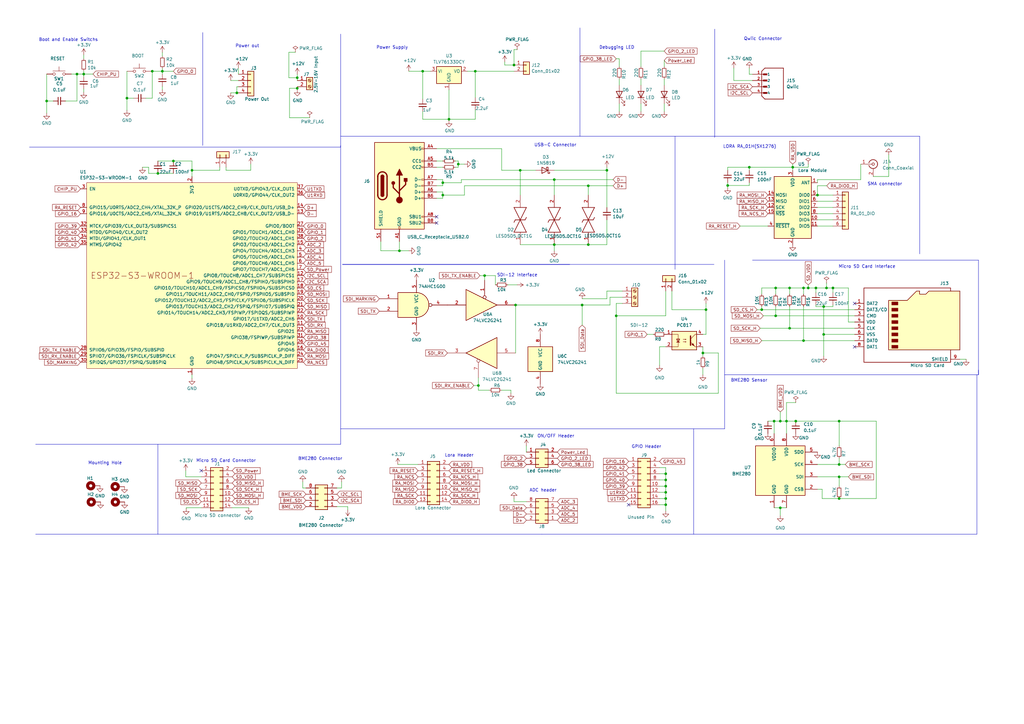
<source format=kicad_sch>
(kicad_sch (version 20231120) (generator "eeschema") (generator_version "8.0")
  (paper "A3")
  (title_block (title "MoleNet V6.3") (date "2025-05-15") (rev "2") (company "Comnets Uni Bremen") (comment 1 "Karun Raj Koloth") (comment 2 "Faruk Kollar"))
  (lib_symbols
    (symbol "+3.3V_1" (power) (pin_names (offset 0))
      (property "Value" "+3.3V_1" (at 0 3.556 0))
      (symbol "+3.3V_1_1_1"
        (pin power_in line (at 0 0 90) (length 0) hide (name "+3.3V") (number "1"))
      )
    )
    (symbol "+3.3V_2" (power) (pin_names (offset 0))
      (property "Value" "+3.3V_2" (at 0 3.556 0))
      (symbol "+3.3V_2_1_1"
        (pin power_in line (at 0 0 90) (length 0) hide (name "+3.3V") (number "1"))
      )
    )
    (symbol "+3.3V_5" (power) (pin_names (offset 0))
      (property "Value" "+3.3V_5" (at 0 3.556 0))
      (symbol "+3.3V_5_1_1"
        (pin power_in line (at 0 0 90) (length 0) hide (name "+3.3V") (number "1"))
      )
    )
    (symbol "74xGxx:74AHC1G00"
      (property "Reference" "U" (at -2.54 3.81 0))
      (property "Value" "74AHC1G00" (at 0 -3.81 0))
      (symbol "74AHC1G00_1_1"
        (pin input line (at -15.24 2.54 0) (length 7.62) (name "~") (number "1"))
        (pin input line (at -15.24 -2.54 0) (length 7.62) (name "~") (number "2"))
        (pin power_in line (at 0 -10.16 90) (length 5.08) (name "GND") (number "3"))
        (pin output inverted (at 12.7 0 180) (length 7.62) (name "~") (number "4"))
        (pin power_in line (at 0 10.16 270) (length 5.08) (name "VCC") (number "5"))
      )
    )
    (symbol "74xGxx:74LVC2G241"
      (property "Reference" "U" (at 2.54 5.08 0))
      (property "Value" "74LVC2G241" (at 2.54 -7.62 0))
      (symbol "74LVC2G241_1_1"
        (pin input inverted (at 0 10.16 270) (length 7.62) (name "~") (number "1"))
        (pin input line (at -15.24 0 0) (length 7.62) (name "~") (number "2"))
        (pin tri_state line (at 12.7 0 180) (length 7.62) (name "~") (number "6"))
      )
      (symbol "74LVC2G241_2_1"
        (pin tri_state line (at 12.7 0 180) (length 7.62) (name "~") (number "3"))
        (pin input line (at -15.24 0 0) (length 7.62) (name "~") (number "5"))
        (pin input inverted (at 0 10.16 270) (length 7.62) (name "~") (number "7"))
      )
      (symbol "74LVC2G241_3_1"
        (pin power_in line (at 0 -10.16 90) (length 5.08) (name "GND") (number "4"))
        (pin power_in line (at 0 10.16 270) (length 5.08) (name "VCC") (number "8"))
      )
    )
    (symbol "Connector:Conn_Coaxial" (pin_names (offset 1.016) hide)
      (property "Reference" "J" (at 0.254 3.048 0))
      (property "Value" "Conn_Coaxial" (at 2.921 0 90))
      (symbol "Conn_Coaxial_1_1"
        (pin passive line (at -5.08 0 0) (length 2.54) (name "In") (number "1"))
        (pin passive line (at 0 -5.08 90) (length 2.54) (name "Ext") (number "2"))
      )
    )
    (symbol "Connector:Micro_SD_Card" (pin_names (offset 1.016))
      (property "Reference" "J" (at -16.51 15.24 0))
      (property "Value" "Micro_SD_Card" (at 16.51 15.24 0))
      (symbol "Micro_SD_Card_1_1"
        (pin bidirectional line (at -22.86 7.62 0) (length 3.81) (name "DAT2") (number "1"))
        (pin bidirectional line (at -22.86 5.08 0) (length 3.81) (name "DAT3/CD") (number "2"))
        (pin input line (at -22.86 2.54 0) (length 3.81) (name "CMD") (number "3"))
        (pin power_in line (at -22.86 0 0) (length 3.81) (name "VDD") (number "4"))
        (pin input line (at -22.86 -2.54 0) (length 3.81) (name "CLK") (number "5"))
        (pin power_in line (at -22.86 -5.08 0) (length 3.81) (name "VSS") (number "6"))
        (pin bidirectional line (at -22.86 -7.62 0) (length 3.81) (name "DAT0") (number "7"))
        (pin bidirectional line (at -22.86 -10.16 0) (length 3.81) (name "DAT1") (number "8"))
        (pin passive line (at 20.32 -15.24 180) (length 3.81) (name "SHIELD") (number "9"))
      )
    )
    (symbol "Connector:Screw_Terminal_01x02" (pin_names (offset 1.016) hide)
      (property "Reference" "J14" (at -2.54 2.54 0))
      (property "Value" "Power In" (at 2.54 -5.08 90))
      (symbol "Screw_Terminal_01x02_1_1"
        (pin input line (at -5.08 0 0) (length 3.81) (name "Pin_1") (number "1"))
        (pin input line (at -5.08 -2.54 0) (length 3.81) (name "Pin_2") (number "2"))
      )
    )
    (symbol "Connector:Screw_Terminal_01x03" (pin_names (offset 1.016) hide)
      (property "Reference" "J" (at 0 5.08 0))
      (property "Value" "Screw_Terminal_01x03" (at 0 -5.08 0))
      (symbol "Screw_Terminal_01x03_1_1"
        (pin passive line (at -5.08 2.54 0) (length 3.81) (name "Pin_1") (number "1"))
        (pin passive line (at -5.08 0 0) (length 3.81) (name "Pin_2") (number "2"))
        (pin passive line (at -5.08 -2.54 0) (length 3.81) (name "Pin_3") (number "3"))
      )
    )
    (symbol "Connector:USB_C_Receptacle_USB2.0" (pin_names (offset 1.016))
      (property "Reference" "J" (at -10.16 19.05 0))
      (property "Value" "USB_C_Receptacle_USB2.0" (at 19.05 19.05 0))
      (symbol "USB_C_Receptacle_USB2.0_1_1"
        (pin passive line (at 0 -22.86 90) (length 5.08) (name "GND") (number "A1"))
        (pin passive line (at 0 -22.86 90) (length 5.08) hide (name "GND") (number "A12"))
        (pin passive line (at 15.24 15.24 180) (length 5.08) (name "VBUS") (number "A4"))
        (pin bidirectional line (at 15.24 10.16 180) (length 5.08) (name "CC1") (number "A5"))
        (pin bidirectional line (at 15.24 -2.54 180) (length 5.08) (name "D+") (number "A6"))
        (pin bidirectional line (at 15.24 2.54 180) (length 5.08) (name "D-") (number "A7"))
        (pin bidirectional line (at 15.24 -12.7 180) (length 5.08) (name "SBU1") (number "A8"))
        (pin passive line (at 15.24 15.24 180) (length 5.08) hide (name "VBUS") (number "A9"))
        (pin passive line (at 0 -22.86 90) (length 5.08) hide (name "GND") (number "B1"))
        (pin passive line (at 0 -22.86 90) (length 5.08) hide (name "GND") (number "B12"))
        (pin passive line (at 15.24 15.24 180) (length 5.08) hide (name "VBUS") (number "B4"))
        (pin bidirectional line (at 15.24 7.62 180) (length 5.08) (name "CC2") (number "B5"))
        (pin bidirectional line (at 15.24 -5.08 180) (length 5.08) (name "D+") (number "B6"))
        (pin bidirectional line (at 15.24 0 180) (length 5.08) (name "D-") (number "B7"))
        (pin bidirectional line (at 15.24 -15.24 180) (length 5.08) (name "SBU2") (number "B8"))
        (pin passive line (at 15.24 15.24 180) (length 5.08) hide (name "VBUS") (number "B9"))
        (pin passive line (at -7.62 -22.86 90) (length 5.08) (name "SHIELD") (number "S1"))
      )
    )
    (symbol "Connector_Generic:Conn_01x02" (pin_names (offset 1.016) hide)
      (property "Reference" "J" (at 0 2.54 0))
      (property "Value" "Conn_01x02" (at 0 -5.08 0))
      (symbol "Conn_01x02_1_1"
        (pin passive line (at -5.08 0 0) (length 3.81) (name "Pin_1") (number "1"))
        (pin passive line (at -5.08 -2.54 0) (length 3.81) (name "Pin_2") (number "2"))
      )
    )
    (symbol "Connector_Generic:Conn_01x04" (pin_names (offset 1.016) hide)
      (property "Reference" "J" (at 0 5.08 0))
      (property "Value" "Conn_01x04" (at 0 -7.62 0))
      (symbol "Conn_01x04_1_1"
        (pin passive line (at -5.08 2.54 0) (length 3.81) (name "Pin_1") (number "1"))
        (pin passive line (at -5.08 0 0) (length 3.81) (name "Pin_2") (number "2"))
        (pin passive line (at -5.08 -2.54 0) (length 3.81) (name "Pin_3") (number "3"))
        (pin passive line (at -5.08 -5.08 0) (length 3.81) (name "Pin_4") (number "4"))
      )
    )
    (symbol "Connector_Generic:Conn_01x06" (pin_names (offset 1.016) hide)
      (property "Reference" "J" (at 0 7.62 0))
      (property "Value" "Conn_01x06" (at 0 -10.16 0))
      (symbol "Conn_01x06_1_1"
        (pin passive line (at -5.08 5.08 0) (length 3.81) (name "Pin_1") (number "1"))
        (pin passive line (at -5.08 2.54 0) (length 3.81) (name "Pin_2") (number "2"))
        (pin passive line (at -5.08 0 0) (length 3.81) (name "Pin_3") (number "3"))
        (pin passive line (at -5.08 -2.54 0) (length 3.81) (name "Pin_4") (number "4"))
        (pin passive line (at -5.08 -5.08 0) (length 3.81) (name "Pin_5") (number "5"))
        (pin passive line (at -5.08 -7.62 0) (length 3.81) (name "Pin_6") (number "6"))
      )
    )
    (symbol "Connector_Generic:Conn_02x03_Top_Bottom" (pin_names (offset 1.016) hide)
      (property "Reference" "J5" (at 1.778 5.588 0))
      (property "Value" "LED_Switch" (at 2.159 -5.08 0))
      (symbol "Conn_02x03_Top_Bottom_1_1"
        (pin passive line (at -5.08 2.54 0) (length 3.81) (name "Pin_1") (number "1"))
        (pin passive line (at 7.62 2.54 180) (length 3.81) (name "Pin_4") (number "2"))
        (pin passive line (at -5.08 0 0) (length 3.81) (name "Pin_2") (number "3"))
        (pin passive line (at 7.62 0 180) (length 3.81) (name "Pin_5") (number "4"))
        (pin passive line (at -5.08 -2.54 0) (length 3.81) (name "Pin_3") (number "5"))
        (pin passive line (at 7.62 -2.54 180) (length 3.81) (name "Pin_6") (number "6"))
      )
    )
    (symbol "Connector_Generic:Conn_02x04_Top_Bottom" (pin_names (offset 1.016) hide)
      (property "Reference" "J12" (at 1.27 7.239 0))
      (property "Value" "I2C Interface" (at 1.524 -11.557 0))
      (symbol "Conn_02x04_Top_Bottom_1_1"
        (pin passive line (at -5.08 2.54 0) (length 3.81) (name "Pin_1") (number "1"))
        (pin passive line (at 7.62 2.54 180) (length 3.81) (name "Pin_5") (number "2"))
        (pin passive line (at -5.08 0 0) (length 3.81) (name "Pin_2") (number "3"))
        (pin passive line (at 7.62 0 180) (length 3.81) (name "Pin_6") (number "4"))
        (pin passive line (at -5.08 -2.54 0) (length 3.81) (name "Pin_3") (number "5"))
        (pin passive line (at 7.62 -2.54 180) (length 3.81) (name "Pin_7") (number "6"))
        (pin passive line (at -5.08 -5.08 0) (length 3.81) (name "Pin_4") (number "7"))
        (pin passive line (at 7.62 -5.08 180) (length 3.81) (name "Pin_8") (number "8"))
      )
    )
    (symbol "Connector_Generic:Conn_02x07_Odd_Even" (pin_names (offset 1.016) hide)
      (property "Reference" "J" (at 1.27 10.16 0))
      (property "Value" "Conn_02x07_Odd_Even" (at 1.27 -10.16 0))
      (symbol "Conn_02x07_Odd_Even_1_1"
        (pin passive line (at -5.08 7.62 0) (length 3.81) (name "Pin_1") (number "1"))
        (pin passive line (at 7.62 -2.54 180) (length 3.81) (name "Pin_10") (number "10"))
        (pin passive line (at -5.08 -5.08 0) (length 3.81) (name "Pin_11") (number "11"))
        (pin passive line (at 7.62 -5.08 180) (length 3.81) (name "Pin_12") (number "12"))
        (pin passive line (at -5.08 -7.62 0) (length 3.81) (name "Pin_13") (number "13"))
        (pin passive line (at 7.62 -7.62 180) (length 3.81) (name "Pin_14") (number "14"))
        (pin passive line (at 7.62 7.62 180) (length 3.81) (name "Pin_2") (number "2"))
        (pin passive line (at -5.08 5.08 0) (length 3.81) (name "Pin_3") (number "3"))
        (pin passive line (at 7.62 5.08 180) (length 3.81) (name "Pin_4") (number "4"))
        (pin passive line (at -5.08 2.54 0) (length 3.81) (name "Pin_5") (number "5"))
        (pin passive line (at 7.62 2.54 180) (length 3.81) (name "Pin_6") (number "6"))
        (pin passive line (at -5.08 0 0) (length 3.81) (name "Pin_7") (number "7"))
        (pin passive line (at 7.62 0 180) (length 3.81) (name "Pin_8") (number "8"))
        (pin passive line (at -5.08 -2.54 0) (length 3.81) (name "Pin_9") (number "9"))
      )
    )
    (symbol "Connector_Generic:Conn_02x08_Odd_Even" (pin_names (offset 1.016) hide)
      (property "Reference" "J" (at 1.27 10.16 0))
      (property "Value" "Conn_02x08_Odd_Even" (at 1.27 -12.7 0))
      (symbol "Conn_02x08_Odd_Even_1_1"
        (pin passive line (at -5.08 7.62 0) (length 3.81) (name "Pin_1") (number "1"))
        (pin passive line (at 7.62 -2.54 180) (length 3.81) (name "Pin_10") (number "10"))
        (pin passive line (at -5.08 -5.08 0) (length 3.81) (name "Pin_11") (number "11"))
        (pin passive line (at 7.62 -5.08 180) (length 3.81) (name "Pin_12") (number "12"))
        (pin passive line (at -5.08 -7.62 0) (length 3.81) (name "Pin_13") (number "13"))
        (pin passive line (at 7.62 -7.62 180) (length 3.81) (name "Pin_14") (number "14"))
        (pin passive line (at -5.08 -10.16 0) (length 3.81) (name "Pin_15") (number "15"))
        (pin passive line (at 7.62 -10.16 180) (length 3.81) (name "Pin_16") (number "16"))
        (pin passive line (at 7.62 7.62 180) (length 3.81) (name "Pin_2") (number "2"))
        (pin passive line (at -5.08 5.08 0) (length 3.81) (name "Pin_3") (number "3"))
        (pin passive line (at 7.62 5.08 180) (length 3.81) (name "Pin_4") (number "4"))
        (pin passive line (at -5.08 2.54 0) (length 3.81) (name "Pin_5") (number "5"))
        (pin passive line (at 7.62 2.54 180) (length 3.81) (name "Pin_6") (number "6"))
        (pin passive line (at -5.08 0 0) (length 3.81) (name "Pin_7") (number "7"))
        (pin passive line (at 7.62 0 180) (length 3.81) (name "Pin_8") (number "8"))
        (pin passive line (at -5.08 -2.54 0) (length 3.81) (name "Pin_9") (number "9"))
      )
    )
    (symbol "Device:C_Small" (pin_numbers hide) (pin_names (offset 0.254) hide)
      (property "Reference" "C" (at 0.254 1.778 0))
      (property "Value" "C_Small" (at 0.254 -2.032 0))
      (symbol "C_Small_1_1"
        (pin passive line (at 0 2.54 270) (length 2.032) (name "~") (number "1"))
        (pin passive line (at 0 -2.54 90) (length 2.032) (name "~") (number "2"))
      )
    )
    (symbol "Device:LED" (pin_numbers hide) (pin_names (offset 1.016) hide)
      (property "Reference" "D" (at 0 2.54 0))
      (property "Value" "LED" (at 0 -2.54 0))
      (symbol "LED_1_1"
        (pin passive line (at -3.81 0 0) (length 2.54) (name "K") (number "1"))
        (pin passive line (at 3.81 0 180) (length 2.54) (name "A") (number "2"))
      )
    )
    (symbol "Device:R_Small" (pin_numbers hide) (pin_names (offset 0.254) hide)
      (property "Reference" "R" (at 0.762 0.508 0))
      (property "Value" "R_Small" (at 0.762 -1.016 0))
      (symbol "R_Small_1_1"
        (pin passive line (at 0 2.54 270) (length 0.762) (name "~") (number "1"))
        (pin passive line (at 0 -2.54 90) (length 0.762) (name "~") (number "2"))
      )
    )
    (symbol "Diode:1N5819" (pin_numbers hide) (pin_names (offset 1.016) hide)
      (property "Reference" "D" (at 0 2.54 0))
      (property "Value" "1N5819" (at 0 -2.54 0))
      (symbol "1N5819_1_1"
        (pin passive line (at -3.81 0 0) (length 2.54) (name "K") (number "1"))
        (pin passive line (at 3.81 0 180) (length 2.54) (name "A") (number "2"))
      )
    )
    (symbol "GND_1" (power) (pin_names (offset 0))
      (property "Value" "GND_1" (at 0 -3.81 0))
      (symbol "GND_1_1_1"
        (pin power_in line (at 0 0 270) (length 0) hide (name "GND") (number "1"))
      )
    )
    (symbol "GND_10" (power) (pin_names (offset 0))
      (property "Value" "GND_10" (at 0 -3.81 0))
      (symbol "GND_10_1_1"
        (pin power_in line (at 0 0 270) (length 0) hide (name "GND") (number "1"))
      )
    )
    (symbol "GND_11" (power) (pin_names (offset 0))
      (property "Value" "GND_11" (at 0 -3.81 0))
      (symbol "GND_11_1_1"
        (pin power_in line (at 0 0 270) (length 0) hide (name "GND") (number "1"))
      )
    )
    (symbol "GND_12" (power) (pin_names (offset 0))
      (property "Value" "GND_12" (at 0 -3.81 0))
      (symbol "GND_12_1_1"
        (pin power_in line (at 0 0 270) (length 0) hide (name "GND") (number "1"))
      )
    )
    (symbol "GND_13" (power) (pin_names (offset 0))
      (property "Value" "GND_13" (at 0 -3.81 0))
      (symbol "GND_13_1_1"
        (pin power_in line (at 0 0 270) (length 0) hide (name "GND") (number "1"))
      )
    )
    (symbol "GND_14" (power) (pin_names (offset 0))
      (property "Value" "GND_14" (at 0 -3.81 0))
      (symbol "GND_14_1_1"
        (pin power_in line (at 0 0 270) (length 0) hide (name "GND") (number "1"))
      )
    )
    (symbol "GND_2" (power) (pin_names (offset 0))
      (property "Value" "GND_2" (at 0 -3.81 0))
      (symbol "GND_2_1_1"
        (pin power_in line (at 0 0 270) (length 0) hide (name "GND") (number "1"))
      )
    )
    (symbol "GND_3" (power) (pin_names (offset 0))
      (property "Value" "GND_3" (at 0 -3.81 0))
      (symbol "GND_3_1_1"
        (pin power_in line (at 0 0 270) (length 0) hide (name "GND") (number "1"))
      )
    )
    (symbol "GND_4" (power) (pin_names (offset 0))
      (property "Value" "GND_4" (at 0 -3.81 0))
      (symbol "GND_4_1_1"
        (pin power_in line (at 0 0 270) (length 0) hide (name "GND") (number "1"))
      )
    )
    (symbol "GND_5" (power) (pin_names (offset 0))
      (property "Value" "GND_5" (at 0 -3.81 0))
      (symbol "GND_5_1_1"
        (pin power_in line (at 0 0 270) (length 0) hide (name "GND") (number "1"))
      )
    )
    (symbol "GND_6" (power) (pin_names (offset 0))
      (property "Value" "GND_6" (at 0 -3.81 0))
      (symbol "GND_6_1_1"
        (pin power_in line (at 0 0 270) (length 0) hide (name "GND") (number "1"))
      )
    )
    (symbol "GND_7" (power) (pin_names (offset 0))
      (property "Value" "GND_7" (at 0 -3.81 0))
      (symbol "GND_7_1_1"
        (pin power_in line (at 0 0 270) (length 0) hide (name "GND") (number "1"))
      )
    )
    (symbol "GND_8" (power) (pin_names (offset 0))
      (property "Value" "GND_8" (at 0 -3.81 0))
      (symbol "GND_8_1_1"
        (pin power_in line (at 0 0 270) (length 0) hide (name "GND") (number "1"))
      )
    )
    (symbol "GND_9" (power) (pin_names (offset 0))
      (property "Value" "GND_9" (at 0 -3.81 0))
      (symbol "GND_9_1_1"
        (pin power_in line (at 0 0 270) (length 0) hide (name "GND") (number "1"))
      )
    )
    (symbol "Isolator:PC817" (pin_names (offset 1.016))
      (property "Reference" "U" (at -5.08 5.08 0))
      (property "Value" "PC817" (at 0 5.08 0))
      (symbol "PC817_1_1"
        (pin passive line (at -7.62 2.54 0) (length 2.54) (name "~") (number "1"))
        (pin passive line (at -7.62 -2.54 0) (length 2.54) (name "~") (number "2"))
        (pin passive line (at 7.62 -2.54 180) (length 2.54) (name "~") (number "3"))
        (pin passive line (at 7.62 2.54 180) (length 2.54) (name "~") (number "4"))
      )
    )
    (symbol "LESD5D5_0CT1G:LESD5D5.0CT1G" (pin_names hide)
      (property "Reference" "D" (at 12.7 8.89 0))
      (property "Value" "LESD5D5.0CT1G" (at 12.7 6.35 0))
      (symbol "LESD5D5.0CT1G_1_1"
        (pin passive line (at 0 0 0) (length 5.08) (name "1") (number "1"))
        (pin passive line (at 20.32 0 180) (length 5.08) (name "2") (number "2"))
      )
    )
    (symbol "Mechanical:MountingHole_Pad" (pin_numbers hide) (pin_names (offset 1.016) hide)
      (property "Reference" "H" (at 0 6.35 0))
      (property "Value" "MountingHole_Pad" (at 0 4.445 0))
      (symbol "MountingHole_Pad_1_1"
        (pin input line (at 0 -2.54 90) (length 2.54) (name "1") (number "1"))
      )
    )
    (symbol "PCM_Espressif:ESP32-S3-WROOM-1" (pin_names (offset 1.016))
      (property "Reference" "U" (at -43.18 43.18 0))
      (property "Value" "ESP32-S3-WROOM-1" (at -43.18 40.64 0))
      (symbol "ESP32-S3-WROOM-1_0_0"
        (text "ESP32-S3-WROOM-1" (at -20.32 0 0) (effects (font (size 2.54 2.54))))
        (pin power_in line (at 0 -40.64 90) (length 2.54) (name "GND") (number "1"))
        (pin bidirectional line (at 45.72 -17.78 180) (length 2.54) (name "GPIO17/U1TXD/ADC2_CH6") (number "10"))
        (pin bidirectional line (at 45.72 -20.32 180) (length 2.54) (name "GPIO18/U1RXD/ADC2_CH7/CLK_OUT3") (number "11"))
        (pin bidirectional line (at 45.72 0 180) (length 2.54) (name "GPIO8/TOUCH8/ADC1_CH7/SUBSPICS1") (number "12"))
        (pin bidirectional line (at 45.72 25.4 180) (length 2.54) (name "GPIO19/U1RTS/ADC2_CH8/CLK_OUT2/USB_D-") (number "13"))
        (pin bidirectional line (at 45.72 27.94 180) (length 2.54) (name "GPIO20/U1CTS/ADC2_CH9/CLK_OUT1/USB_D+") (number "14"))
        (pin bidirectional line (at 45.72 12.7 180) (length 2.54) (name "GPIO3/TOUCH3/ADC1_CH2") (number "15"))
        (pin bidirectional line (at 45.72 -30.48 180) (length 2.54) (name "GPIO46") (number "16"))
        (pin bidirectional line (at 45.72 -2.54 180) (length 2.54) (name "GPIO9/TOUCH9/ADC1_CH8/FSPIHD/SUBSPIHD") (number "17"))
        (pin bidirectional line (at 45.72 -5.08 180) (length 2.54) (name "GPIO10/TOUCH10/ADC1_CH9/FSPICS0/FSPIIO4/SUBSPICS0") (number "18"))
        (pin bidirectional line (at 45.72 -7.62 180) (length 2.54) (name "GPIO11/TOUCH11/ADC2_CH0/FSPID/FSPIIO5/SUBSPID") (number "19"))
        (pin power_in line (at 0 40.64 270) (length 2.54) (name "3V3") (number "2"))
        (pin bidirectional line (at 45.72 -10.16 180) (length 2.54) (name "GPIO12/TOUCH12/ADC2_CH1/FSPICLK/FSPIIO6/SUBSPICLK") (number "20"))
        (pin bidirectional line (at 45.72 -12.7 180) (length 2.54) (name "GPIO13/TOUCH13/ADC2_CH2/FSPIQ/FSPIIO7/SUBSPIQ") (number "21"))
        (pin bidirectional line (at 45.72 -15.24 180) (length 2.54) (name "GPIO14/TOUCH14/ADC2_CH3/FSPIWP/FSPIDQS/SUBSPIWP") (number "22"))
        (pin bidirectional line (at 45.72 -22.86 180) (length 2.54) (name "GPIO21") (number "23"))
        (pin bidirectional line (at 45.72 -33.02 180) (length 2.54) (name "GPIO47/SPICLK_P/SUBSPICLK_P_DIFF") (number "24"))
        (pin bidirectional line (at 45.72 -35.56 180) (length 2.54) (name "GPIO48/SPICLK_N/SUBSPICLK_N_DIFF") (number "25"))
        (pin bidirectional line (at 45.72 -27.94 180) (length 2.54) (name "GPIO45") (number "26"))
        (pin bidirectional line (at 45.72 20.32 180) (length 2.54) (name "GPIO0/BOOT") (number "27"))
        (pin bidirectional line (at -45.72 -30.48 0) (length 2.54) (name "SPIIO6/GPIO35/FSPID/SUBSPID") (number "28"))
        (pin bidirectional line (at -45.72 -33.02 0) (length 2.54) (name "SPIIO7/GPIO36/FSPICLK/SUBSPICLK") (number "29"))
        (pin input line (at -45.72 35.56 0) (length 2.54) (name "EN") (number "3"))
        (pin bidirectional line (at -45.72 -35.56 0) (length 2.54) (name "SPIDQS/GPIO37/FSPIQ/SUBSPIQ") (number "30"))
        (pin bidirectional line (at 45.72 -25.4 180) (length 2.54) (name "GPIO38/FSPIWP/SUBSPIWP") (number "31"))
        (pin bidirectional line (at -45.72 20.32 0) (length 2.54) (name "MTCK/GPIO39/CLK_OUT3/SUBSPICS1") (number "32"))
        (pin bidirectional line (at -45.72 17.78 0) (length 2.54) (name "MTDO/GPIO40/CLK_OUT2") (number "33"))
        (pin bidirectional line (at -45.72 15.24 0) (length 2.54) (name "MTDI/GPIO41/CLK_OUT1") (number "34"))
        (pin bidirectional line (at -45.72 12.7 0) (length 2.54) (name "MTMS/GPIO42") (number "35"))
        (pin bidirectional line (at 45.72 33.02 180) (length 2.54) (name "U0RXD/GPIO44/CLK_OUT2") (number "36"))
        (pin bidirectional line (at 45.72 35.56 180) (length 2.54) (name "U0TXD/GPIO43/CLK_OUT1") (number "37"))
        (pin bidirectional line (at 45.72 15.24 180) (length 2.54) (name "GPIO2/TOUCH2/ADC1_CH1") (number "38"))
        (pin bidirectional line (at 45.72 17.78 180) (length 2.54) (name "GPIO1/TOUCH1/ADC1_CH0") (number "39"))
        (pin bidirectional line (at 45.72 10.16 180) (length 2.54) (name "GPIO4/TOUCH4/ADC1_CH3") (number "4"))
        (pin passive line (at 0 -40.64 90) (length 2.54) hide (name "GND") (number "40"))
        (pin passive line (at 0 -40.64 90) (length 2.54) hide (name "GND") (number "41"))
        (pin bidirectional line (at 45.72 7.62 180) (length 2.54) (name "GPIO5/TOUCH5/ADC1_CH4") (number "5"))
        (pin bidirectional line (at 45.72 5.08 180) (length 2.54) (name "GPIO6/TOUCH6/ADC1_CH5") (number "6"))
        (pin bidirectional line (at 45.72 2.54 180) (length 2.54) (name "GPIO7/TOUCH7/ADC1_CH6") (number "7"))
        (pin bidirectional line (at -45.72 27.94 0) (length 2.54) (name "GPIO15/U0RTS/ADC2_CH4/XTAL_32K_P") (number "8"))
        (pin bidirectional line (at -45.72 25.4 0) (length 2.54) (name "GPIO16/U0CTS/ADC2_CH5/XTAL_32K_N") (number "9"))
      )
    )
    (symbol "PRT-14417:PRT-14417" (pin_names (offset 1.016))
      (property "Reference" "J" (at -2.54 8.382 0))
      (property "Value" "PRT-14417" (at -2.54 -7.62 0))
      (symbol "PRT-14417_0_0"
        (pin passive line (at -7.62 5.08 0) (length 5.08) (name "1") (number "1"))
        (pin passive line (at -7.62 2.54 0) (length 5.08) (name "2") (number "2"))
        (pin passive line (at -7.62 0 0) (length 5.08) (name "3") (number "3"))
        (pin passive line (at -7.62 -2.54 0) (length 5.08) (name "4") (number "4"))
      )
    )
    (symbol "PWR_FLAG_1" (power) (pin_numbers hide) (pin_names (offset 0) hide)
      (property "Value" "PWR_FLAG_1" (at 0 3.81 0))
      (symbol "PWR_FLAG_1_0_0"
        (pin power_out line (at 0 0 90) (length 0) (name "pwr") (number "1"))
      )
    )
    (symbol "PWR_FLAG_2" (power) (pin_numbers hide) (pin_names (offset 0) hide)
      (property "Value" "PWR_FLAG_2" (at 0 3.81 0))
      (symbol "PWR_FLAG_2_0_0"
        (pin power_out line (at 0 0 90) (length 0) (name "pwr") (number "1"))
      )
    )
    (symbol "PWR_FLAG_3" (power) (pin_numbers hide) (pin_names (offset 0) hide)
      (property "Value" "PWR_FLAG_3" (at 0 3.81 0))
      (symbol "PWR_FLAG_3_0_0"
        (pin power_out line (at 0 0 90) (length 0) (name "pwr") (number "1"))
      )
    )
    (symbol "RF_Module:Ai-Thinker-Ra-01"
      (property "Reference" "U" (at 2.54 17.78 0))
      (property "Value" "Ai-Thinker-Ra-01" (at 13.97 -15.24 0))
      (symbol "Ai-Thinker-Ra-01_1_1"
        (pin passive line (at 10.16 10.16 180) (length 2.54) (name "ANT") (number "1"))
        (pin bidirectional line (at 10.16 -5.08 180) (length 2.54) (name "DIO4") (number "10"))
        (pin bidirectional line (at 10.16 -7.62 180) (length 2.54) (name "DIO5") (number "11"))
        (pin input line (at -10.16 0 0) (length 2.54) (name "SCK") (number "12"))
        (pin output line (at -10.16 2.54 0) (length 2.54) (name "MISO") (number "13"))
        (pin input line (at -10.16 5.08 0) (length 2.54) (name "MOSI") (number "14"))
        (pin input line (at -10.16 -2.54 0) (length 2.54) (name "~{NSS}") (number "15"))
        (pin passive line (at 0 -15.24 90) (length 2.54) hide (name "GND") (number "16"))
        (pin power_in line (at 0 -15.24 90) (length 2.54) (name "GND") (number "2"))
        (pin power_in line (at 0 15.24 270) (length 2.54) (name "VDD") (number "3"))
        (pin input line (at -10.16 -7.62 0) (length 2.54) (name "~{RESET}") (number "4"))
        (pin bidirectional line (at 10.16 5.08 180) (length 2.54) (name "DIO0") (number "5"))
        (pin bidirectional line (at 10.16 2.54 180) (length 2.54) (name "DIO1") (number "6"))
        (pin bidirectional line (at 10.16 0 180) (length 2.54) (name "DIO2") (number "7"))
        (pin bidirectional line (at 10.16 -2.54 180) (length 2.54) (name "DIO3") (number "8"))
        (pin passive line (at 0 -15.24 90) (length 2.54) hide (name "GND") (number "9"))
      )
    )
    (symbol "Regulator_Linear:TLV76133DCY"
      (property "Reference" "U" (at -7.62 6.35 0))
      (property "Value" "TLV76133DCY" (at -1.27 6.35 0))
      (symbol "TLV76133DCY_1_1"
        (pin power_in line (at 0 -7.62 90) (length 2.54) (name "GND") (number "1"))
        (pin power_out line (at 7.62 0 180) (length 2.54) (name "VO") (number "2"))
        (pin power_in line (at -7.62 0 0) (length 2.54) (name "VI") (number "3"))
      )
    )
    (symbol "Sensor:BME280"
      (property "Reference" "U" (at -8.89 11.43 0))
      (property "Value" "BME280" (at 7.62 11.43 0))
      (symbol "BME280_1_1"
        (pin power_in line (at -2.54 -15.24 90) (length 5.08) (name "GND") (number "1"))
        (pin input line (at 15.24 -7.62 180) (length 5.08) (name "CSB") (number "2"))
        (pin bidirectional line (at 15.24 -2.54 180) (length 5.08) (name "SDI") (number "3"))
        (pin input line (at 15.24 2.54 180) (length 5.08) (name "SCK") (number "4"))
        (pin bidirectional line (at 15.24 7.62 180) (length 5.08) (name "SDO") (number "5"))
        (pin power_in line (at -2.54 15.24 270) (length 5.08) (name "VDDIO") (number "6"))
        (pin power_in line (at 2.54 -15.24 90) (length 5.08) (name "GND") (number "7"))
        (pin power_in line (at 2.54 15.24 270) (length 5.08) (name "VDD") (number "8"))
      )
    )
    (symbol "Switch:SW_Push" (pin_numbers hide) (pin_names (offset 1.016) hide)
      (property "Reference" "SW" (at 1.27 2.54 0))
      (property "Value" "SW_Push" (at 0 -1.524 0))
      (symbol "SW_Push_0_1"
        (pin passive line (at -5.08 0 0) (length 2.54) (name "1") (number "1"))
        (pin passive line (at 5.08 0 180) (length 2.54) (name "2") (number "2"))
      )
    )
    (symbol "power:+12V" (power) (pin_names (offset 0))
      (property "Value" "+12V" (at 0 3.556 0))
      (symbol "+12V_1_1"
        (pin power_in line (at 0 0 90) (length 0) hide (name "+12V") (number "1"))
      )
    )
    (symbol "power:GND" (power) (pin_names (offset 0))
      (property "Value" "GND" (at 0 -3.81 0))
      (symbol "GND_1_1"
        (pin power_in line (at 0 0 270) (length 0) hide (name "GND") (number "1"))
      )
    )
    (symbol "power:PWR_FLAG" (power) (pin_numbers hide) (pin_names (offset 0) hide)
      (property "Value" "PWR_FLAG" (at 0 3.81 0))
      (symbol "PWR_FLAG_0_0"
        (pin power_out line (at 0 0 90) (length 0) (name "pwr") (number "1"))
      )
    )
  )
  (junction (at 273.05 194.31))
  (junction (at 331.4954 118.11))
  (junction (at 320.04 172.72))
  (junction (at 184.15 48.895))
  (junction (at 344.17 172.72))
  (junction (at 323.85 118.11))
  (junction (at 163.83 102.87))
  (junction (at 34.3408 30.3784))
  (junction (at 78.74 69.85))
  (junction (at 298.45 76.073))
  (junction (at 344.17 204.47))
  (junction (at 52.07 40.259))
  (junction (at 62.4586 29.21))
  (junction (at 318.135 129.54))
  (junction (at 273.05 201.93))
  (junction (at 241.3 100.33))
  (junction (at 273.05 199.39))
  (junction (at 322.58 172.72))
  (junction (at 344.17 190.5))
  (junction (at 326.39 172.72))
  (junction (at 273.05 204.47))
  (junction (at 307.34 68.58))
  (junction (at 196.215 158.115))
  (junction (at 252.73 129.54))
  (junction (at 318.135 118.11))
  (junction (at 337.82 125.73))
  (junction (at 97.155 38.1))
  (junction (at 344.17 195.58))
  (junction (at 227.33 73.66))
  (junction (at 213.36 69.85))
  (junction (at 335.28 80.01))
  (junction (at 194.945 29.21))
  (junction (at 31.5722 30.3784))
  (junction (at 312.42 127))
  (junction (at 71.12 66.04))
  (junction (at 288.29 144.78))
  (junction (at 210.82 26.67))
  (junction (at 187.96 67.31))
  (junction (at 248.92 69.85))
  (junction (at 329.565 118.11))
  (junction (at 19.1262 41.4274))
  (junction (at 289.56 127))
  (junction (at 273.05 196.85))
  (junction (at 66.5988 29.21))
  (junction (at 325.12 68.58))
  (junction (at 273.05 207.01))
  (junction (at 329.565 139.7))
  (junction (at 181.61 80.01))
  (junction (at 181.61 74.93))
  (junction (at 337.82 137.16))
  (junction (at 121.92 31.877))
  (junction (at 198.755 113.03))
  (junction (at 121.92 36.195))
  (junction (at 323.85 134.62))
  (junction (at 334.645 118.11))
  (junction (at 173.355 29.21))
  (junction (at 317.5 172.72))
  (junction (at 241.3 76.2))
  (junction (at 227.33 100.33))
  (junction (at 320.04 208.28))
  (junction (at 211.455 125.095))
  (junction (at 238.76 125.095))
  (junction (at 64.77 71.12))
  (junction (at 341.63 118.11))
  (junction (at 338.9884 118.11))
  (no_connect (at 350.52 142.24))
  (no_connect (at 350.52 124.46))
  (no_connect (at 179.07 88.9))
  (no_connect (at 179.07 91.44))
  (no_connect (at 257.81 207.01))
  (no_connect (at 82.55 193.04))
  (wire (pts (xy 325.12 67.31) (xy 325.12 68.58)))
  (wire (pts (xy 184.15 48.895) (xy 184.15 49.53)))
  (wire (pts (xy 251.46 76.2) (xy 241.3 76.2)))
  (wire (pts (xy 179.07 76.2) (xy 181.61 76.2)))
  (wire (pts (xy 210.82 205.74) (xy 210.82 204.47)))
  (wire (pts (xy 29.2862 30.3784) (xy 31.5722 30.3784)))
  (wire (pts (xy 167.64 29.21) (xy 173.355 29.21)))
  (wire (pts (xy 66.5988 29.21) (xy 66.5988 30.3784)))
  (wire (pts (xy 344.17 195.58) (xy 347.98 195.58)))
  (wire (pts (xy 60.96 68.58) (xy 60.96 71.12)))
  (wire (pts (xy 187.96 68.58) (xy 186.69 68.58)))
  (polyline (pts (xy 400.685 219.075) (xy 400.685 153.67)))
  (wire (pts (xy 248.92 122.555) (xy 238.76 122.555)))
  (wire (pts (xy 335.28 82.55) (xy 341.63 82.55)))
  (wire (pts (xy 95.25 208.28) (xy 102.0064 208.28)))
  (wire (pts (xy 248.92 119.38) (xy 248.92 122.555)))
  (wire (pts (xy 179.07 66.04) (xy 181.61 66.04)))
  (wire (pts (xy 265.43 137.16) (xy 267.97 137.16)))
  (wire (pts (xy 184.15 36.83) (xy 184.15 48.895)))
  (wire (pts (xy 181.61 76.2) (xy 181.61 74.93)))
  (wire (pts (xy 298.45 68.58) (xy 307.34 68.58)))
  (wire (pts (xy 254 24.13) (xy 254 27.305)))
  (wire (pts (xy 335.28 73.66) (xy 335.28 74.93)))
  (wire (pts (xy 97.79 30.48) (xy 97.79 27.94)))
  (wire (pts (xy 337.82 137.16) (xy 337.82 146.05)))
  (wire (pts (xy 317.5 172.72) (xy 314.96 172.72)))
  (wire (pts (xy 203.2 116.84) (xy 203.2 113.03)))
  (wire (pts (xy 262.89 42.545) (xy 262.89 45.72)))
  (wire (pts (xy 307.34 68.58) (xy 307.34 69.85)))
  (wire (pts (xy 208.28 116.84) (xy 212.09 116.84)))
  (wire (pts (xy 252.73 161.29) (xy 294.64 161.29)))
  (wire (pts (xy 207.01 25.4) (xy 207.01 26.67)))
  (wire (pts (xy 322.58 165.1) (xy 322.58 172.72)))
  (wire (pts (xy 335.28 195.58) (xy 344.17 195.58)))
  (polyline (pts (xy 14.605 182.245) (xy 139.7 182.245)))
  (wire (pts (xy 270.51 199.39) (xy 273.05 199.39)))
  (wire (pts (xy 238.76 125.095) (xy 238.76 133.35)))
  (wire (pts (xy 350.52 129.54) (xy 318.135 129.54)))
  (wire (pts (xy 92.71 68.58) (xy 92.71 69.85)))
  (wire (pts (xy 58.42 68.58) (xy 60.96 68.58)))
  (wire (pts (xy 317.5 208.28) (xy 320.04 208.28)))
  (wire (pts (xy 322.58 172.72) (xy 326.39 172.72)))
  (polyline (pts (xy 284.48 175.895) (xy 284.48 219.075)))
  (wire (pts (xy 62.4586 40.259) (xy 59.8424 40.259)))
  (wire (pts (xy 64.77 66.04) (xy 71.12 66.04)))
  (wire (pts (xy 353.06 73.66) (xy 353.06 67.31)))
  (wire (pts (xy 90.17 69.85) (xy 78.74 69.85)))
  (polyline (pts (xy 237.871 55.88) (xy 377.19 55.88)))
  (wire (pts (xy 163.1696 190.5) (xy 171.45 190.5)))
  (wire (pts (xy 186.69 66.04) (xy 187.96 66.04)))
  (wire (pts (xy 307.34 76.073) (xy 298.45 76.073)))
  (wire (pts (xy 210.82 20.32) (xy 210.82 26.67)))
  (wire (pts (xy 181.61 80.01) (xy 181.61 78.74)))
  (wire (pts (xy 121.92 30.48) (xy 121.92 31.877)))
  (wire (pts (xy 241.3 80.01) (xy 241.3 76.2)))
  (wire (pts (xy 326.39 165.1) (xy 322.58 165.1)))
  (wire (pts (xy 312.42 120.65) (xy 312.42 118.11)))
  (wire (pts (xy 121.92 36.195) (xy 121.92 36.83)))
  (wire (pts (xy 213.36 69.85) (xy 213.36 80.01)))
  (wire (pts (xy 303.53 92.71) (xy 314.96 92.71)))
  (wire (pts (xy 125.476 200.152) (xy 124.206 200.152)))
  (wire (pts (xy 227.33 69.85) (xy 248.92 69.85)))
  (wire (pts (xy 331.47 68.58) (xy 325.12 68.58)))
  (wire (pts (xy 307.34 30.48) (xy 307.34 27.94)))
  (wire (pts (xy 359.41 172.72) (xy 344.17 172.72)))
  (wire (pts (xy 270.51 201.93) (xy 273.05 201.93)))
  (wire (pts (xy 337.82 125.73) (xy 341.63 125.73)))
  (wire (pts (xy 52.07 40.259) (xy 52.07 29.21)))
  (polyline (pts (xy 139.7 13.97) (xy 139.7 60.325)))
  (wire (pts (xy 298.45 76.9874) (xy 298.45 76.073)))
  (wire (pts (xy 270.51 204.47) (xy 273.05 204.47)))
  (wire (pts (xy 318.135 118.11) (xy 323.85 118.11)))
  (wire (pts (xy 329.565 118.11) (xy 331.4954 118.11)))
  (wire (pts (xy 334.645 118.11) (xy 338.9884 118.11)))
  (wire (pts (xy 189.23 74.93) (xy 181.61 74.93)))
  (wire (pts (xy 248.92 69.85) (xy 248.92 85.09)))
  (wire (pts (xy 34.3408 30.3784) (xy 34.3408 31.3944)))
  (wire (pts (xy 329.565 139.7) (xy 350.52 139.7)))
  (wire (pts (xy 317.5 172.72) (xy 320.04 172.72)))
  (wire (pts (xy 76.3524 208.28) (xy 82.55 208.28)))
  (wire (pts (xy 273.05 119.38) (xy 273.05 129.54)))
  (polyline (pts (xy 401.32 106.68) (xy 401.32 153.67)))
  (wire (pts (xy 320.04 208.28) (xy 320.04 211.455)))
  (wire (pts (xy 19.1262 46.3804) (xy 19.1262 41.4274)))
  (polyline (pts (xy 237.871 11.43) (xy 237.871 55.88)))
  (wire (pts (xy 194.31 158.115) (xy 196.215 158.115)))
  (wire (pts (xy 273.05 199.39) (xy 273.05 201.93)))
  (wire (pts (xy 118.491 31.877) (xy 121.92 31.877)))
  (wire (pts (xy 270.51 194.31) (xy 273.05 194.31)))
  (wire (pts (xy 289.56 137.16) (xy 288.29 137.16)))
  (wire (pts (xy 341.63 120.015) (xy 341.63 118.11)))
  (wire (pts (xy 289.56 124.46) (xy 289.56 127)))
  (wire (pts (xy 181.61 78.74) (xy 179.07 78.74)))
  (wire (pts (xy 118.745 48.26) (xy 118.745 36.195)))
  (wire (pts (xy 78.74 153.67) (xy 78.74 155.194)))
  (wire (pts (xy 254 42.545) (xy 254 45.72)))
  (wire (pts (xy 142.621 207.772) (xy 138.176 207.772)))
  (wire (pts (xy 335.28 85.09) (xy 341.63 85.09)))
  (polyline (pts (xy 64.77 219.075) (xy 222.25 219.075)))
  (wire (pts (xy 179.07 73.66) (xy 181.61 73.66)))
  (wire (pts (xy 241.3 100.33) (xy 248.92 100.33)))
  (wire (pts (xy 294.64 144.78) (xy 288.29 144.78)))
  (wire (pts (xy 344.17 204.47) (xy 359.41 204.47)))
  (wire (pts (xy 335.28 73.66) (xy 353.06 73.66)))
  (wire (pts (xy 347.98 132.08) (xy 347.98 118.11)))
  (wire (pts (xy 62.4586 29.21) (xy 66.5988 29.21)))
  (wire (pts (xy 326.39 172.72) (xy 344.17 172.72)))
  (wire (pts (xy 97.79 33.02) (xy 94.615 33.02)))
  (wire (pts (xy 273.05 204.47) (xy 273.05 207.01)))
  (wire (pts (xy 173.355 45.72) (xy 173.355 48.895)))
  (wire (pts (xy 76.2 195.58) (xy 82.55 195.58)))
  (polyline (pts (xy 284.48 219.075) (xy 400.685 219.075)))
  (wire (pts (xy 341.63 118.11) (xy 347.98 118.11)))
  (wire (pts (xy 335.28 90.17) (xy 341.63 90.17)))
  (wire (pts (xy 142.621 209.042) (xy 142.621 207.772)))
  (wire (pts (xy 250.19 121.92) (xy 250.19 125.095)))
  (wire (pts (xy 273.05 142.24) (xy 270.51 142.24)))
  (wire (pts (xy 337.82 137.16) (xy 337.82 125.73)))
  (wire (pts (xy 300.99 33.02) (xy 300.99 27.94)))
  (wire (pts (xy 173.355 29.21) (xy 173.355 40.64)))
  (wire (pts (xy 64.77 71.12) (xy 71.12 71.12)))
  (wire (pts (xy 359.41 204.47) (xy 359.41 172.72)))
  (wire (pts (xy 335.28 92.71) (xy 341.63 92.71)))
  (wire (pts (xy 209.55 160.02) (xy 209.55 161.29)))
  (wire (pts (xy 198.755 113.03) (xy 198.755 114.935)))
  (wire (pts (xy 62.4586 29.21) (xy 62.4586 40.259)))
  (wire (pts (xy 102.87 69.85) (xy 102.87 67.31)))
  (wire (pts (xy 318.135 125.73) (xy 318.135 129.54)))
  (wire (pts (xy 270.51 196.85) (xy 273.05 196.85)))
  (polyline (pts (xy 83.185 13.335) (xy 83.185 59.69)))
  (wire (pts (xy 121.92 35.56) (xy 121.92 36.195)))
  (wire (pts (xy 273.05 201.93) (xy 273.05 204.47)))
  (wire (pts (xy 325.12 68.58) (xy 325.12 69.85)))
  (polyline (pts (xy 293.116 11.938) (xy 293.116 56.388)))
  (wire (pts (xy 322.58 177.8) (xy 322.58 172.72)))
  (wire (pts (xy 350.52 137.16) (xy 337.82 137.16)))
  (wire (pts (xy 212.09 20.32) (xy 210.82 20.32)))
  (wire (pts (xy 102.87 69.85) (xy 92.71 69.85)))
  (wire (pts (xy 124.206 200.152) (xy 124.206 197.612)))
  (polyline (pts (xy 401.32 151.765) (xy 401.32 153.67)))
  (wire (pts (xy 34.3408 29.1084) (xy 34.3408 30.3784)))
  (wire (pts (xy 189.23 73.66) (xy 189.23 74.93)))
  (wire (pts (xy 323.85 125.73) (xy 323.85 134.62)))
  (wire (pts (xy 311.785 134.62) (xy 323.85 134.62)))
  (wire (pts (xy 288.29 151.13) (xy 288.29 153.67)))
  (wire (pts (xy 312.42 125.73) (xy 312.42 127)))
  (wire (pts (xy 118.745 36.195) (xy 121.92 36.195)))
  (wire (pts (xy 329.565 125.73) (xy 329.565 139.7)))
  (wire (pts (xy 339.09 76.2) (xy 335.28 76.2)))
  (wire (pts (xy 329.565 120.65) (xy 329.565 118.11)))
  (wire (pts (xy 289.56 127) (xy 289.56 137.16)))
  (wire (pts (xy 205.74 160.02) (xy 209.55 160.02)))
  (wire (pts (xy 179.07 81.28) (xy 181.61 81.28)))
  (polyline (pts (xy 276.86 55.88) (xy 276.86 110.49)))
  (wire (pts (xy 248.92 68.58) (xy 248.92 69.85)))
  (wire (pts (xy 205.74 69.85) (xy 213.36 69.85)))
  (wire (pts (xy 194.945 29.21) (xy 210.82 29.21)))
  (polyline (pts (xy 139.7 55.88) (xy 237.871 55.88)))
  (wire (pts (xy 334.645 118.11) (xy 334.645 120.015)))
  (wire (pts (xy 207.01 26.67) (xy 210.82 26.67)))
  (wire (pts (xy 19.1262 41.4274) (xy 21.8186 41.4274)))
  (wire (pts (xy 156.21 99.06) (xy 156.21 102.87)))
  (wire (pts (xy 227.33 100.33) (xy 241.3 100.33)))
  (wire (pts (xy 102.0064 208.28) (xy 102.0064 208.3308)))
  (wire (pts (xy 335.28 87.63) (xy 341.63 87.63)))
  (wire (pts (xy 364.49 63.5) (xy 364.49 72.39)))
  (wire (pts (xy 62.23 29.21) (xy 62.4586 29.21)))
  (wire (pts (xy 31.5722 30.3784) (xy 34.3408 30.3784)))
  (wire (pts (xy 31.5722 41.4274) (xy 31.5722 30.3784)))
  (wire (pts (xy 194.945 40.005) (xy 194.945 29.21)))
  (wire (pts (xy 26.8986 41.4274) (xy 31.5722 41.4274)))
  (polyline (pts (xy 377.19 55.88) (xy 377.19 104.14)))
  (wire (pts (xy 219.71 69.85) (xy 213.36 69.85)))
  (wire (pts (xy 298.45 76.073) (xy 298.45 74.93)))
  (wire (pts (xy 97.155 35.56) (xy 97.155 38.1)))
  (polyline (pts (xy 297.18 175.895) (xy 139.7 175.895)))
  (wire (pts (xy 270.51 207.01) (xy 273.05 207.01)))
  (wire (pts (xy 97.155 38.1) (xy 94.615 38.1)))
  (wire (pts (xy 307.34 74.93) (xy 307.34 76.073)))
  (wire (pts (xy 350.52 132.08) (xy 347.98 132.08)))
  (wire (pts (xy 334.645 125.73) (xy 337.82 125.73)))
  (wire (pts (xy 255.27 119.38) (xy 248.92 119.38)))
  (wire (pts (xy 66.5988 36.7538) (xy 66.5988 35.4584)))
  (polyline (pts (xy 401.32 153.67) (xy 297.18 153.67)))
  (wire (pts (xy 190.5 76.2) (xy 190.5 80.01)))
  (wire (pts (xy 294.64 161.29) (xy 294.64 144.78)))
  (wire (pts (xy 78.74 69.85) (xy 78.74 72.39)))
  (wire (pts (xy 272.415 32.385) (xy 272.415 34.925)))
  (wire (pts (xy 318.135 120.65) (xy 318.135 118.11)))
  (wire (pts (xy 273.05 194.31) (xy 273.05 196.85)))
  (wire (pts (xy 140.081 200.152) (xy 140.081 197.612)))
  (wire (pts (xy 66.5988 21.5138) (xy 66.5988 23.0124)))
  (wire (pts (xy 191.77 29.21) (xy 194.945 29.21)))
  (wire (pts (xy 238.76 125.095) (xy 250.19 125.095)))
  (wire (pts (xy 341.63 125.73) (xy 341.63 125.095)))
  (wire (pts (xy 181.61 81.28) (xy 181.61 80.01)))
  (wire (pts (xy 272.415 20.955) (xy 262.89 20.955)))
  (wire (pts (xy 262.89 20.955) (xy 262.89 27.305)))
  (wire (pts (xy 121.158 21.463) (xy 118.491 21.463)))
  (wire (pts (xy 272.415 27.305) (xy 272.415 24.765)))
  (polyline (pts (xy 64.77 182.245) (xy 64.77 219.075)))
  (wire (pts (xy 288.29 144.78) (xy 288.29 146.05)))
  (wire (pts (xy 393.7 147.32) (xy 396.24 147.32)))
  (wire (pts (xy 364.49 72.39) (xy 358.14 72.39)))
  (wire (pts (xy 344.17 204.47) (xy 337.185 204.47)))
  (wire (pts (xy 275.59 127) (xy 289.56 127)))
  (wire (pts (xy 34.3408 30.3784) (xy 38.1508 30.3784)))
  (polyline (pts (xy 12.065 60.325) (xy 139.7 60.325)))
  (wire (pts (xy 173.355 29.21) (xy 176.53 29.21)))
  (wire (pts (xy 66.5988 28.0924) (xy 66.5988 29.21)))
  (wire (pts (xy 121.92 31.877) (xy 121.92 33.02)))
  (wire (pts (xy 227.33 100.33) (xy 227.33 102.87)))
  (wire (pts (xy 248.92 100.33) (xy 248.92 90.17)))
  (wire (pts (xy 34.3408 22.5298) (xy 34.3408 24.0284)))
  (wire (pts (xy 273.05 207.01) (xy 273.05 209.55)))
  (wire (pts (xy 344.17 195.58) (xy 344.17 199.39)))
  (wire (pts (xy 241.3 76.2) (xy 190.5 76.2)))
  (wire (pts (xy 323.85 134.62) (xy 350.52 134.62)))
  (wire (pts (xy 307.34 68.58) (xy 325.12 68.58)))
  (wire (pts (xy 320.04 208.28) (xy 322.58 208.28)))
  (wire (pts (xy 66.5988 29.21) (xy 71.0946 29.21)))
  (wire (pts (xy 254 32.385) (xy 254 34.925)))
  (wire (pts (xy 320.04 168.91) (xy 320.04 172.72)))
  (wire (pts (xy 252.73 129.54) (xy 252.73 161.29)))
  (wire (pts (xy 19.1262 41.4274) (xy 19.1262 30.3784)))
  (wire (pts (xy 187.96 67.31) (xy 190.5 67.31)))
  (wire (pts (xy 194.945 48.895) (xy 184.15 48.895)))
  (polyline (pts (xy 308.61 106.68) (xy 401.32 106.68)))
  (wire (pts (xy 227.33 73.66) (xy 189.23 73.66)))
  (wire (pts (xy 211.455 125.095) (xy 211.455 144.78)))
  (wire (pts (xy 156.21 102.87) (xy 163.83 102.87)))
  (wire (pts (xy 97.79 35.56) (xy 97.155 35.56)))
  (wire (pts (xy 213.36 100.33) (xy 227.33 100.33)))
  (wire (pts (xy 76.3524 208.534) (xy 76.3524 208.28)))
  (wire (pts (xy 312.42 118.11) (xy 318.135 118.11)))
  (wire (pts (xy 323.85 120.65) (xy 323.85 118.11)))
  (wire (pts (xy 320.04 172.72) (xy 322.58 172.72)))
  (wire (pts (xy 251.46 73.66) (xy 227.33 73.66)))
  (wire (pts (xy 211.455 125.095) (xy 238.76 125.095)))
  (wire (pts (xy 312.42 127) (xy 310.515 127)))
  (wire (pts (xy 173.355 48.895) (xy 184.15 48.895)))
  (wire (pts (xy 138.176 200.152) (xy 140.081 200.152)))
  (wire (pts (xy 250.19 121.92) (xy 255.27 121.92)))
  (wire (pts (xy 181.61 74.93) (xy 181.61 73.66)))
  (polyline (pts (xy 140.462 108.458) (xy 292.862 108.458)))
  (wire (pts (xy 215.9 182.88) (xy 215.9 185.42)))
  (polyline (pts (xy 297.18 106.68) (xy 297.18 175.895)))
  (wire (pts (xy 344.17 190.5) (xy 346.71 190.5)))
  (wire (pts (xy 317.5 177.8) (xy 317.5 172.72)))
  (wire (pts (xy 335.28 190.5) (xy 344.17 190.5)))
  (wire (pts (xy 270.51 191.77) (xy 273.05 191.77)))
  (wire (pts (xy 52.07 40.259) (xy 54.7624 40.259)))
  (wire (pts (xy 338.9884 118.11) (xy 341.63 118.11)))
  (wire (pts (xy 344.17 187.96) (xy 344.17 190.5)))
  (wire (pts (xy 335.28 76.2) (xy 335.28 80.01)))
  (wire (pts (xy 196.215 158.115) (xy 196.215 160.02)))
  (wire (pts (xy 78.74 66.04) (xy 78.74 69.85)))
  (wire (pts (xy 323.85 118.11) (xy 329.565 118.11)))
  (wire (pts (xy 335.28 200.66) (xy 337.185 200.66)))
  (wire (pts (xy 335.28 80.01) (xy 341.63 80.01)))
  (wire (pts (xy 205.74 60.96) (xy 205.74 69.85)))
  (wire (pts (xy 179.07 68.58) (xy 181.61 68.58)))
  (wire (pts (xy 190.5 80.01) (xy 181.61 80.01)))
  (wire (pts (xy 252.73 24.13) (xy 254 24.13)))
  (wire (pts (xy 227.33 73.66) (xy 227.33 80.01)))
  (wire (pts (xy 252.73 124.46) (xy 252.73 129.54)))
  (wire (pts (xy 252.73 124.46) (xy 255.27 124.46)))
  (wire (pts (xy 187.96 66.04) (xy 187.96 67.31)))
  (polyline (pts (xy 14.605 219.075) (xy 64.77 219.075)))
  (wire (pts (xy 60.96 71.12) (xy 64.77 71.12)))
  (wire (pts (xy 298.45 69.85) (xy 298.45 68.58)))
  (wire (pts (xy 52.07 45.212) (xy 52.07 40.259)))
  (wire (pts (xy 318.135 129.54) (xy 313.055 129.54)))
  (wire (pts (xy 272.415 42.545) (xy 272.415 45.72)))
  (wire (pts (xy 127 48.26) (xy 118.745 48.26)))
  (wire (pts (xy 34.3408 37.7698) (xy 34.3408 36.4744)))
  (wire (pts (xy 71.12 66.04) (xy 78.74 66.04)))
  (wire (pts (xy 97.79 38.1) (xy 97.155 38.1)))
  (wire (pts (xy 196.85 113.03) (xy 198.755 113.03)))
  (wire (pts (xy 76.2 193.04) (xy 76.2 195.58)))
  (wire (pts (xy 179.07 60.96) (xy 205.74 60.96)))
  (wire (pts (xy 203.2 113.03) (xy 198.755 113.03)))
  (wire (pts (xy 331.4954 116.8146) (xy 331.4954 118.11)))
  (wire (pts (xy 273.05 191.77) (xy 273.05 194.31)))
  (wire (pts (xy 163.83 102.87) (xy 167.64 102.87)))
  (wire (pts (xy 308.61 30.48) (xy 307.34 30.48)))
  (polyline (pts (xy 233.68 108.458) (xy 140.462 108.458)))
  (wire (pts (xy 196.215 154.94) (xy 196.215 158.115)))
  (wire (pts (xy 187.96 67.31) (xy 187.96 68.58)))
  (polyline (pts (xy 139.7 59.69) (xy 139.7 182.245)))
  (wire (pts (xy 288.29 142.24) (xy 288.29 144.78)))
  (polyline (pts (xy 222.25 219.075) (xy 284.48 219.075)))
  (wire (pts (xy 262.89 32.385) (xy 262.89 34.925)))
  (wire (pts (xy 163.83 99.06) (xy 163.83 102.87)))
  (wire (pts (xy 118.491 21.463) (xy 118.491 31.877)))
  (wire (pts (xy 312.42 139.7) (xy 329.565 139.7)))
  (wire (pts (xy 350.52 127) (xy 312.42 127)))
  (wire (pts (xy 200.66 160.02) (xy 196.215 160.02)))
  (wire (pts (xy 270.51 142.24) (xy 270.51 149.86)))
  (wire (pts (xy 331.4954 118.11) (xy 334.645 118.11)))
  (wire (pts (xy 331.47 67.31) (xy 331.47 68.58)))
  (wire (pts (xy 273.05 129.54) (xy 252.73 129.54)))
  (wire (pts (xy 273.05 196.85) (xy 273.05 199.39)))
  (wire (pts (xy 338.9884 116.078) (xy 338.9884 118.11)))
  (wire (pts (xy 194.945 45.085) (xy 194.945 48.895)))
  (wire (pts (xy 90.17 68.58) (xy 90.17 69.85)))
  (wire (pts (xy 337.185 200.66) (xy 337.185 204.47)))
  (wire (pts (xy 210.82 205.74) (xy 215.9 205.74)))
  (wire (pts (xy 275.59 119.38) (xy 275.59 127)))
  (wire (pts (xy 344.17 172.72) (xy 344.17 182.88)))
  (wire (pts (xy 334.645 125.095) (xy 334.645 125.73)))
  (wire (pts (xy 308.61 33.02) (xy 300.99 33.02)))
  (text "Lora Header" (at 182.4228 187.6044 0) (effects (font (size 1.27 1.27)) (justify left bottom)))
  (text "ON/OFF Header" (at 220.345 179.705 0) (effects (font (size 1.27 1.27)) (justify left bottom)))
  (text "Boot and Enable Switchs\n" (at 15.875 17.145 0) (effects (font (size 1.27 1.27)) (justify left bottom)))
  (text "SMA connector\n\n" (at 355.7778 78.359 0) (effects (font (size 1.27 1.27)) (justify left bottom)))
  (text "Debugging LED" (at 245.745 20.32 0) (effects (font (size 1.27 1.27)) (justify left bottom)))
  (text "LORA RA_01H(SX1276)\n" (at 296.545 60.96 0) (effects (font (size 1.27 1.27)) (justify left bottom)))
  (text "Power Supply" (at 154.305 20.32 0) (effects (font (size 1.27 1.27)) (justify left bottom)))
  (text "USB-C Connector\n" (at 219.075 60.325 0) (effects (font (size 1.27 1.27)) (justify left bottom)))
  (text "Power out" (at 96.52 19.685 0) (effects (font (size 1.27 1.27)) (justify left bottom)))
  (text "GPIO Header" (at 259.0292 184.0484 0) (effects (font (size 1.27 1.27)) (justify left bottom)))
  (text "Micro SD Card Connector\n" (at 80.4164 189.7888 0) (effects (font (size 1.27 1.27)) (justify left bottom)))
  (text "SDI-12 Interface" (at 203.835 113.665 0) (effects (font (size 1.27 1.27)) (justify left bottom)))
  (text "ADC header" (at 228.346 201.93 0) (effects (font (size 1.27 1.27)) (justify right bottom)))
  (text "BME280 Sensor" (at 299.72 156.845 0) (effects (font (size 1.27 1.27)) (justify left bottom)))
  (text "Qwiic Connector" (at 305.054 16.764 0) (effects (font (size 1.27 1.27)) (justify left bottom)))
  (text "Mounting Hole" (at 36.1188 190.7286 0) (effects (font (size 1.27 1.27)) (justify left bottom)))
  (text "BME280 Connector" (at 140.462 188.976 0) (effects (font (size 1.27 1.27)) (justify right bottom)))
  (text "Micro SD Card Interface" (at 343.8906 110.1852 0) (effects (font (size 1.27 1.27)) (justify left bottom)))
  (global_label "SDI_TX" (shape input) (at 124.46 130.81 0) (property "Intersheetrefs" "${INTERSHEET_REFS}" (effects (hide yes))))
  (global_label "GPIO_16" (shape input) (at 257.81 189.23 180) (property "Intersheetrefs" "${INTERSHEET_REFS}" (effects (hide yes))))
  (global_label "ADC_4" (shape input) (at 124.46 105.41 0) (property "Intersheetrefs" "${INTERSHEET_REFS}" (effects (hide yes))))
  (global_label "SDI_Data" (shape input) (at 215.9 208.28 180) (property "Intersheetrefs" "${INTERSHEET_REFS}" (effects (hide yes))))
  (global_label "RA_DIO0" (shape input) (at 124.46 143.51 0) (property "Intersheetrefs" "${INTERSHEET_REFS}" (effects (hide yes))))
  (global_label "GPIO_40" (shape input) (at 33.02 95.25 180) (property "Intersheetrefs" "${INTERSHEET_REFS}" (effects (hide yes))))
  (global_label "U1TXD" (shape input) (at 124.46 77.47 0) (property "Intersheetrefs" "${INTERSHEET_REFS}" (effects (hide yes))))
  (global_label "RA_MOSI" (shape input) (at 124.46 146.05 0) (property "Intersheetrefs" "${INTERSHEET_REFS}" (effects (hide yes))))
  (global_label "GPIO_45" (shape input) (at 270.51 189.23 0) (property "Intersheetrefs" "${INTERSHEET_REFS}" (effects (hide yes))))
  (global_label "SD_MOSI" (shape input) (at 82.55 203.2 180) (property "Intersheetrefs" "${INTERSHEET_REFS}" (effects (hide yes))))
  (global_label "RA_DIO0_H" (shape input) (at 184.15 205.74 0) (property "Intersheetrefs" "${INTERSHEET_REFS}" (effects (hide yes))))
  (global_label "GPIO_16" (shape input) (at 33.02 87.63 180) (property "Intersheetrefs" "${INTERSHEET_REFS}" (effects (hide yes))))
  (global_label "SDI_Data" (shape input) (at 238.76 133.35 270) (property "Intersheetrefs" "${INTERSHEET_REFS}" (effects (hide yes))))
  (global_label "BME_SCK" (shape input) (at 125.476 202.692 180) (property "Intersheetrefs" "${INTERSHEET_REFS}" (effects (hide yes))))
  (global_label "GPIO_2" (shape input) (at 215.9 187.96 180) (property "Intersheetrefs" "${INTERSHEET_REFS}" (effects (hide yes))))
  (global_label "ADC_5" (shape input) (at 228.6 210.82 0) (property "Intersheetrefs" "${INTERSHEET_REFS}" (effects (hide yes))))
  (global_label "SD_CS_H" (shape input) (at 310.515 127 180) (property "Intersheetrefs" "${INTERSHEET_REFS}" (effects (hide yes))))
  (global_label "GPIO_39" (shape input) (at 33.02 92.71 180) (property "Intersheetrefs" "${INTERSHEET_REFS}" (effects (hide yes))))
  (global_label "RA_NCS" (shape input) (at 124.46 148.59 0) (property "Intersheetrefs" "${INTERSHEET_REFS}" (effects (hide yes))))
  (global_label "SD_SCK_H" (shape input) (at 95.25 200.66 0) (property "Intersheetrefs" "${INTERSHEET_REFS}" (effects (hide yes))))
  (global_label "RA_VDD" (shape input) (at 325.12 67.31 90) (property "Intersheetrefs" "${INTERSHEET_REFS}" (effects (hide yes))))
  (global_label "SD_SCK" (shape input) (at 82.55 200.66 180) (property "Intersheetrefs" "${INTERSHEET_REFS}" (effects (hide yes))))
  (global_label "RA_RESET_H" (shape input) (at 184.15 193.04 0) (property "Intersheetrefs" "${INTERSHEET_REFS}" (effects (hide yes))))
  (global_label "BME_VDD" (shape input) (at 320.04 168.91 90) (property "Intersheetrefs" "${INTERSHEET_REFS}" (effects (hide yes))))
  (global_label "SDI_RX_ENABLE" (shape input) (at 194.31 158.115 180) (property "Intersheetrefs" "${INTERSHEET_REFS}" (effects (hide yes))))
  (global_label "BME_VDD" (shape input) (at 125.476 207.772 180) (property "Intersheetrefs" "${INTERSHEET_REFS}" (effects (hide yes))))
  (global_label "RA_NCS_H" (shape input) (at 314.96 87.63 180) (property "Intersheetrefs" "${INTERSHEET_REFS}" (effects (hide yes))))
  (global_label "D+" (shape input) (at 215.9 213.36 180) (property "Intersheetrefs" "${INTERSHEET_REFS}" (effects (hide yes))))
  (global_label "ADC_3" (shape input) (at 124.46 102.87 0) (property "Intersheetrefs" "${INTERSHEET_REFS}" (effects (hide yes))))
  (global_label "RA_MISO_H" (shape input) (at 184.15 200.66 0) (property "Intersheetrefs" "${INTERSHEET_REFS}" (effects (hide yes))))
  (global_label "D+" (shape input) (at 124.46 85.09 0) (property "Intersheetrefs" "${INTERSHEET_REFS}" (effects (hide yes))))
  (global_label "RA_MOSI" (shape input) (at 171.45 198.12 180) (property "Intersheetrefs" "${INTERSHEET_REFS}" (effects (hide yes))))
  (global_label "RA_SCK" (shape input) (at 171.45 203.2 180) (property "Intersheetrefs" "${INTERSHEET_REFS}" (effects (hide yes))))
  (global_label "I2C_SCL" (shape input) (at 308.61 38.1 180) (property "Intersheetrefs" "${INTERSHEET_REFS}" (effects (hide yes))))
  (global_label "SDI_RX" (shape input) (at 183.515 144.78 180) (property "Intersheetrefs" "${INTERSHEET_REFS}" (effects (hide yes))))
  (global_label "SD_SCK" (shape input) (at 124.46 123.19 0) (property "Intersheetrefs" "${INTERSHEET_REFS}" (effects (hide yes))))
  (global_label "ADC_2" (shape input) (at 228.6 213.36 0) (property "Intersheetrefs" "${INTERSHEET_REFS}" (effects (hide yes))))
  (global_label "RA_MOSI_H" (shape input) (at 184.15 198.12 0) (property "Intersheetrefs" "${INTERSHEET_REFS}" (effects (hide yes))))
  (global_label "ADC_5" (shape input) (at 124.46 107.95 0) (property "Intersheetrefs" "${INTERSHEET_REFS}" (effects (hide yes))))
  (global_label "D+" (shape input) (at 251.46 76.2 0) (property "Intersheetrefs" "${INTERSHEET_REFS}" (effects (hide yes))))
  (global_label "GPIO_39" (shape input) (at 257.81 199.39 180) (property "Intersheetrefs" "${INTERSHEET_REFS}" (effects (hide yes))))
  (global_label "D-" (shape input) (at 124.46 87.63 0) (property "Intersheetrefs" "${INTERSHEET_REFS}" (effects (hide yes))))
  (global_label "SDI_MARKING" (shape input) (at 33.02 148.59 180) (property "Intersheetrefs" "${INTERSHEET_REFS}" (effects (hide yes))))
  (global_label "GPIO_2_LED" (shape input) (at 272.415 20.955 0) (property "Intersheetrefs" "${INTERSHEET_REFS}" (effects (hide yes))))
  (global_label "GPIO_45" (shape input) (at 124.46 140.97 0) (property "Intersheetrefs" "${INTERSHEET_REFS}" (effects (hide yes))))
  (global_label "SD_VDD" (shape input) (at 331.4954 116.8146 90) (property "Intersheetrefs" "${INTERSHEET_REFS}" (effects (hide yes))))
  (global_label "GPIO_0" (shape input) (at 124.46 92.71 0) (property "Intersheetrefs" "${INTERSHEET_REFS}" (effects (hide yes))))
  (global_label "SDI_TX_ENABLE" (shape input) (at 33.02 143.51 180) (property "Intersheetrefs" "${INTERSHEET_REFS}" (effects (hide yes))))
  (global_label "RA_SCK" (shape input) (at 124.46 128.27 0) (property "Intersheetrefs" "${INTERSHEET_REFS}" (effects (hide yes))))
  (global_label "GPIO_0" (shape input) (at 71.0946 29.21 0) (property "Intersheetrefs" "${INTERSHEET_REFS}" (effects (hide yes))))
  (global_label "D-" (shape input) (at 215.9 210.82 180) (property "Intersheetrefs" "${INTERSHEET_REFS}" (effects (hide yes))))
  (global_label "GPIO_2" (shape input) (at 124.46 97.79 0) (property "Intersheetrefs" "${INTERSHEET_REFS}" (effects (hide yes))))
  (global_label "GPIO_38" (shape input) (at 215.9 190.5 180) (property "Intersheetrefs" "${INTERSHEET_REFS}" (effects (hide yes))))
  (global_label "BME_SDI" (shape input) (at 125.476 205.232 180) (property "Intersheetrefs" "${INTERSHEET_REFS}" (effects (hide yes))))
  (global_label "SD_CS" (shape input) (at 124.46 118.11 0) (property "Intersheetrefs" "${INTERSHEET_REFS}" (effects (hide yes))))
  (global_label "U1TXD" (shape input) (at 257.81 204.47 180) (property "Intersheetrefs" "${INTERSHEET_REFS}" (effects (hide yes))))
  (global_label "RA_MISO" (shape input) (at 171.45 200.66 180) (property "Intersheetrefs" "${INTERSHEET_REFS}" (effects (hide yes))))
  (global_label "RA_RESET" (shape input) (at 171.45 193.04 180) (property "Intersheetrefs" "${INTERSHEET_REFS}" (effects (hide yes))))
  (global_label "RA_MISO_H" (shape input) (at 314.96 82.55 180) (property "Intersheetrefs" "${INTERSHEET_REFS}" (effects (hide yes))))
  (global_label "SD_Power" (shape input) (at 124.46 110.49 0) (property "Intersheetrefs" "${INTERSHEET_REFS}" (effects (hide yes))))
  (global_label "SDI_RX" (shape input) (at 124.46 133.35 0) (property "Intersheetrefs" "${INTERSHEET_REFS}" (effects (hide yes))))
  (global_label "GPIO_42" (shape input) (at 33.02 100.33 180) (property "Intersheetrefs" "${INTERSHEET_REFS}" (effects (hide yes))))
  (global_label "Power_Led" (shape input) (at 228.6 185.42 0) (property "Intersheetrefs" "${INTERSHEET_REFS}" (effects (hide yes))))
  (global_label "SD_MISO" (shape input) (at 124.46 125.73 0) (property "Intersheetrefs" "${INTERSHEET_REFS}" (effects (hide yes))))
  (global_label "SD_MOSI_H" (shape input) (at 95.25 203.2 0) (property "Intersheetrefs" "${INTERSHEET_REFS}" (effects (hide yes))))
  (global_label "SD_MOSI" (shape input) (at 124.46 120.65 0) (property "Intersheetrefs" "${INTERSHEET_REFS}" (effects (hide yes))))
  (global_label "I2C_SCA" (shape input) (at 308.61 35.56 180) (property "Intersheetrefs" "${INTERSHEET_REFS}" (effects (hide yes))))
  (global_label "BME_SCK" (shape input) (at 346.71 190.5 0) (property "Intersheetrefs" "${INTERSHEET_REFS}" (effects (hide yes))))
  (global_label "RA_MOSI_H" (shape input) (at 314.96 80.01 180) (property "Intersheetrefs" "${INTERSHEET_REFS}" (effects (hide yes))))
  (global_label "SD_MOSI_H" (shape input) (at 313.055 129.54 180) (property "Intersheetrefs" "${INTERSHEET_REFS}" (effects (hide yes))))
  (global_label "ADC_2" (shape input) (at 124.46 100.33 0) (property "Intersheetrefs" "${INTERSHEET_REFS}" (effects (hide yes))))
  (global_label "U1RXD" (shape input) (at 257.81 201.93 180) (property "Intersheetrefs" "${INTERSHEET_REFS}" (effects (hide yes))))
  (global_label "RA_NCS" (shape input) (at 171.45 195.58 180) (property "Intersheetrefs" "${INTERSHEET_REFS}" (effects (hide yes))))
  (global_label "RA_DIO0" (shape input) (at 171.45 205.74 180) (property "Intersheetrefs" "${INTERSHEET_REFS}" (effects (hide yes))))
  (global_label "SD_MISO" (shape input) (at 82.55 198.12 180) (property "Intersheetrefs" "${INTERSHEET_REFS}" (effects (hide yes))))
  (global_label "SD_MISO_H" (shape input) (at 95.25 198.12 0) (property "Intersheetrefs" "${INTERSHEET_REFS}" (effects (hide yes))))
  (global_label "RA_RESET_H" (shape input) (at 303.53 92.71 180) (property "Intersheetrefs" "${INTERSHEET_REFS}" (effects (hide yes))))
  (global_label "ADC_4" (shape input) (at 228.6 208.28 0) (property "Intersheetrefs" "${INTERSHEET_REFS}" (effects (hide yes))))
  (global_label "GPIO_38_LED" (shape input) (at 228.6 190.5 0) (property "Intersheetrefs" "${INTERSHEET_REFS}" (effects (hide yes))))
  (global_label "SD_SCK_H" (shape input) (at 311.785 134.62 180) (property "Intersheetrefs" "${INTERSHEET_REFS}" (effects (hide yes))))
  (global_label "GPIO_1" (shape input) (at 265.43 137.16 180) (property "Intersheetrefs" "${INTERSHEET_REFS}" (effects (hide yes))))
  (global_label "RA_SCK_H" (shape input) (at 314.96 85.09 180) (property "Intersheetrefs" "${INTERSHEET_REFS}" (effects (hide yes))))
  (global_label "D-" (shape input) (at 251.46 73.66 0) (property "Intersheetrefs" "${INTERSHEET_REFS}" (effects (hide yes))))
  (global_label "I2C_SCL" (shape input) (at 124.46 113.03 0) (property "Intersheetrefs" "${INTERSHEET_REFS}" (effects (hide yes))))
  (global_label "SDI_RX_ENABLE" (shape input) (at 33.02 146.05 180) (property "Intersheetrefs" "${INTERSHEET_REFS}" (effects (hide yes))))
  (global_label "SD_CS" (shape input) (at 82.55 205.74 180) (property "Intersheetrefs" "${INTERSHEET_REFS}" (effects (hide yes))))
  (global_label "Power_Led" (shape input) (at 272.415 24.765 0) (property "Intersheetrefs" "${INTERSHEET_REFS}" (effects (hide yes))))
  (global_label "CHIP_PU" (shape input) (at 33.02 77.47 180) (property "Intersheetrefs" "${INTERSHEET_REFS}" (effects (hide yes))))
  (global_label "ADC_3" (shape input) (at 228.6 205.74 0) (property "Intersheetrefs" "${INTERSHEET_REFS}" (effects (hide yes))))
  (global_label "I2C_SCA" (shape input) (at 124.46 115.57 0) (property "Intersheetrefs" "${INTERSHEET_REFS}" (effects (hide yes))))
  (global_label "GPIO_1" (shape input) (at 124.46 95.25 0) (property "Intersheetrefs" "${INTERSHEET_REFS}" (effects (hide yes))))
  (global_label "SD_VDD" (shape input) (at 95.25 195.58 0) (property "Intersheetrefs" "${INTERSHEET_REFS}" (effects (hide yes))))
  (global_label "SD_CS_H" (shape input) (at 95.25 205.74 0) (property "Intersheetrefs" "${INTERSHEET_REFS}" (effects (hide yes))))
  (global_label "BME_SDI" (shape input) (at 347.98 195.58 0) (property "Intersheetrefs" "${INTERSHEET_REFS}" (effects (hide yes))))
  (global_label "SDI_TX" (shape input) (at 155.575 127.635 180) (property "Intersheetrefs" "${INTERSHEET_REFS}" (effects (hide yes))))
  (global_label "GPIO_2_LED" (shape input) (at 228.6 187.96 0) (property "Intersheetrefs" "${INTERSHEET_REFS}" (effects (hide yes))))
  (global_label "RA_DIO0_H" (shape input) (at 339.09 76.2 0) (property "Intersheetrefs" "${INTERSHEET_REFS}" (effects (hide yes))))
  (global_label "SDI_MARKING" (shape input) (at 155.575 122.555 180) (property "Intersheetrefs" "${INTERSHEET_REFS}" (effects (hide yes))))
  (global_label "GPIO_38" (shape input) (at 124.46 138.43 0) (property "Intersheetrefs" "${INTERSHEET_REFS}" (effects (hide yes))))
  (global_label "SD_MISO_H" (shape input) (at 312.42 139.7 180) (property "Intersheetrefs" "${INTERSHEET_REFS}" (effects (hide yes))))
  (global_label "RA_RESET" (shape input) (at 33.02 85.09 180) (property "Intersheetrefs" "${INTERSHEET_REFS}" (effects (hide yes))))
  (global_label "U1RXD" (shape input) (at 124.46 80.01 0) (property "Intersheetrefs" "${INTERSHEET_REFS}" (effects (hide yes))))
  (global_label "RA_MISO" (shape input) (at 124.46 135.89 0) (property "Intersheetrefs" "${INTERSHEET_REFS}" (effects (hide yes))))
  (global_label "RA_NCS_H" (shape input) (at 184.15 195.58 0) (property "Intersheetrefs" "${INTERSHEET_REFS}" (effects (hide yes))))
  (global_label "GPIO_40" (shape input) (at 257.81 196.85 180) (property "Intersheetrefs" "${INTERSHEET_REFS}" (effects (hide yes))))
  (global_label "SD_Power" (shape input) (at 95.25 193.04 0) (property "Intersheetrefs" "${INTERSHEET_REFS}" (effects (hide yes))))
  (global_label "GPIO_42" (shape input) (at 257.81 191.77 180) (property "Intersheetrefs" "${INTERSHEET_REFS}" (effects (hide yes))))
  (global_label "GPIO_38_LED" (shape input) (at 252.73 24.13 180) (property "Intersheetrefs" "${INTERSHEET_REFS}" (effects (hide yes))))
  (global_label "CHIP_PU" (shape input) (at 38.1508 30.3784 0) (property "Intersheetrefs" "${INTERSHEET_REFS}" (effects (hide yes))))
  (global_label "I2C_SCA" (shape input) (at 138.176 205.232 0) (property "Intersheetrefs" "${INTERSHEET_REFS}" (effects (hide yes))))
  (global_label "I2C_SCL" (shape input) (at 138.176 202.692 0) (property "Intersheetrefs" "${INTERSHEET_REFS}" (effects (hide yes))))
  (global_label "GPIO_41" (shape input) (at 33.02 97.79 180) (property "Intersheetrefs" "${INTERSHEET_REFS}" (effects (hide yes))))
  (global_label "GPIO_41" (shape input) (at 257.81 194.31 180) (property "Intersheetrefs" "${INTERSHEET_REFS}" (effects (hide yes))))
  (global_label "RA_VDD" (shape input) (at 184.15 190.5 0) (property "Intersheetrefs" "${INTERSHEET_REFS}" (effects (hide yes))))
  (global_label "SDI_TX_ENABLE" (shape input) (at 196.85 113.03 180) (property "Intersheetrefs" "${INTERSHEET_REFS}" (effects (hide yes))))
  (global_label "RA_SCK_H" (shape input) (at 184.15 203.2 0) (property "Intersheetrefs" "${INTERSHEET_REFS}" (effects (hide yes))))
  (symbol (lib_name "GND_9") (lib_id "power:GND") (at 326.39 177.8 0) (unit 1)
    (property "Reference" "#PWR054" (effects (hide yes)))
    (property "Value" "GND" (at 329.692 179.578 0))
  )
  (symbol (lib_id "Device:LED") (at 262.89 38.735 90) (unit 1)
    (property "Reference" "D7" (at 264.795 36.83 90) (effects (justify right)))
    (property "Value" "LED" (at 264.795 40.005 90) (effects (justify right)))
    (property "Footprint" "LED_SMD:LED_0805_2012Metric_Pad1.15x1.40mm_HandSolder" (effects (hide yes)))
  )
  (symbol (lib_id "Device:R_Small") (at 203.2 160.02 270) (unit 1)
    (property "Reference" "R6" (at 203.835 158.115 90))
    (property "Value" "10k" (at 203.2 161.925 90))
    (property "Footprint" "Resistor_SMD:R_0805_2012Metric_Pad1.20x1.40mm_HandSolder" (effects (hide yes)))
  )
  (symbol (lib_id "power:PWR_FLAG") (at 121.158 21.463 0) (unit 1)
    (property "Reference" "#FLG01" (effects (hide yes)))
    (property "Value" "PWR_FLAG" (at 127.508 19.812 0))
  )
  (symbol (lib_name "GND_14") (lib_id "power:GND") (at 184.15 49.53 0) (unit 1)
    (property "Reference" "#PWR051" (effects (hide yes)))
    (property "Value" "GND" (at 184.404 53.594 0))
  )
  (symbol (lib_name "GND_13") (lib_id "power:GND") (at 167.64 102.87 90) (unit 1)
    (property "Reference" "#PWR028" (effects (hide yes)))
    (property "Value" "GND" (at 171.7731 102.87 0))
  )
  (symbol (lib_id "Device:R_Small") (at 205.74 116.84 270) (unit 1)
    (property "Reference" "R3" (at 206.375 114.935 90))
    (property "Value" "10k" (at 205.74 118.745 90))
    (property "Footprint" "Resistor_SMD:R_0805_2012Metric_Pad1.20x1.40mm_HandSolder" (effects (hide yes)))
  )
  (symbol (lib_name "GND_4") (lib_id "power:GND") (at 78.74 155.194 0) (unit 1)
    (property "Reference" "#PWR09" (effects (hide yes)))
    (property "Value" "GND" (at 78.74 159.3271 0))
  )
  (symbol (lib_id "Connector:USB_C_Receptacle_USB2.0") (at 163.83 76.2 0) (unit 1)
    (property "Reference" "J6" (at 150.495 74.295 0))
    (property "Value" "USB_C_Receptacle_USB2.0" (at 179.705 97.155 0))
    (property "Footprint" "Connector_USB:USB_C_Receptacle_G-Switch_GT-USB-7010ASV" (effects (hide yes)))
    (property "Datasheet" "https://www.usb.org/sites/default/files/documents/usb_type-c.zip" (effects (hide yes)))
    (property "JLC PART" "C2936185" (effects (hide yes)))
  )
  (symbol (lib_id "power:GND") (at 121.92 36.83 0) (unit 1)
    (property "Reference" "#PWR027" (effects (hide yes)))
    (property "Value" "GND" (at 122.047 41.2242 0))
  )
  (symbol (lib_id "Device:R_Small") (at 323.85 123.19 180) (unit 1)
    (property "Reference" "R15" (at 325.755 123.19 90))
    (property "Value" "10K" (at 321.945 123.825 90))
    (property "Footprint" "Resistor_SMD:R_0402_1005Metric_Pad0.72x0.64mm_HandSolder" (effects (hide yes)))
  )
  (symbol (lib_id "power:GND") (at 337.82 146.05 0) (unit 1)
    (property "Reference" "#PWR050" (effects (hide yes)))
    (property "Value" "GND" (at 334.645 147.955 0))
  )
  (symbol (lib_id "Device:C_Small") (at 307.34 72.39 0) (unit 1)
    (property "Reference" "C15" (at 310.5404 71.1263 0) (effects (justify left)))
    (property "Value" "100nF" (at 310.5404 73.6663 0) (effects (justify left)))
    (property "Footprint" "Capacitor_SMD:C_0805_2012Metric_Pad1.18x1.45mm_HandSolder" (effects (hide yes)))
  )
  (symbol (lib_id "Connector_Generic:Conn_01x02") (at 215.9 26.67 0) (unit 1)
    (property "Reference" "J12" (at 217.932 26.7279 0) (effects (justify left)))
    (property "Value" "Conn_01x02" (at 217.932 29.1521 0) (effects (justify left)))
    (property "Footprint" "Connector_PinHeader_2.54mm:PinHeader_1x02_P2.54mm_Vertical" (effects (hide yes)))
  )
  (symbol (lib_name "GND_6") (lib_id "power:GND") (at 190.5 67.31 90) (unit 1)
    (property "Reference" "#PWR032" (effects (hide yes)))
    (property "Value" "GND" (at 194.31 67.31 0))
  )
  (symbol (lib_name "GND_11") (lib_id "power:GND") (at 19.1262 46.3804 0) (unit 1)
    (property "Reference" "#PWR07" (effects (hide yes)))
    (property "Value" "GND" (at 19.1262 50.5135 0))
  )
  (symbol (lib_id "Device:C_Small") (at 173.355 43.18 0) (unit 1)
    (property "Reference" "C3" (at 174.625 41.275 0) (effects (justify left)))
    (property "Value" "1uF" (at 173.355 45.085 0) (effects (justify left)))
    (property "Footprint" "Capacitor_SMD:C_0805_2012Metric_Pad1.18x1.45mm_HandSolder" (effects (hide yes)))
  )
  (symbol (lib_name "GND_3") (lib_id "power:GND") (at 41.021 199.2376 0) (unit 1)
    (property "Reference" "#PWR03" (effects (hide yes)))
    (property "Value" "GND" (at 41.021 203.3707 0))
  )
  (symbol (lib_name "GND_9") (lib_id "power:GND") (at 288.29 153.67 0) (unit 1)
    (property "Reference" "#PWR044" (effects (hide yes)))
    (property "Value" "GND" (at 288.29 158.75 0))
  )
  (symbol (lib_name "+3.3V_1") (lib_id "power:+3.3V") (at 94.615 33.02 0) (unit 1)
    (property "Reference" "#PWR020" (effects (hide yes)))
    (property "Value" "+3.3V" (at 94.615 28.8869 0))
  )
  (symbol (lib_name "+3.3V_1") (lib_id "power:+3.3V") (at 170.815 114.935 0) (unit 1)
    (property "Reference" "#PWR025" (effects (hide yes)))
    (property "Value" "+3.3V" (at 170.815 110.8019 0))
  )
  (symbol (lib_id "Connector:Screw_Terminal_01x02") (at 127 33.02 0) (unit 1)
    (property "Reference" "J7" (at 124.46 30.48 0) (effects (justify left)))
    (property "Value" "2.5V-16V Input" (at 129.54 38.1 90) (effects (justify left)))
    (property "Footprint" "TerminalBlock_Phoenix:TerminalBlock_Phoenix_PT-1,5-2-3.5-H_1x02_P3.50mm_Horizontal" (effects (hide yes)))
    (property "JLC PART" "C89122" (effects (hide yes)))
  )
  (symbol (lib_id "Device:LED") (at 272.415 38.735 90) (unit 1)
    (property "Reference" "D8" (at 275.4122 37.7444 90) (effects (justify right)))
    (property "Value" "LED" (at 275.4122 40.0558 90) (effects (justify right)))
    (property "Footprint" "LED_SMD:LED_0805_2012Metric_Pad1.15x1.40mm_HandSolder" (effects (hide yes)))
  )
  (symbol (lib_name "+3.3V_1") (lib_id "power:+3.3V") (at 212.09 116.84 270) (unit 1)
    (property "Reference" "#PWR035" (effects (hide yes)))
    (property "Value" "+3.3V" (at 215.3902 116.84 90) (effects (justify left)))
  )
  (symbol (lib_id "Device:C_Small") (at 24.3586 41.4274 90) (unit 1)
    (property "Reference" "C5" (at 24.3649 34.29 90))
    (property "Value" "0.1uF" (at 24.3649 36.83 90))
    (property "Footprint" "Capacitor_SMD:C_0805_2012Metric_Pad1.18x1.45mm_HandSolder" (effects (hide yes)))
  )
  (symbol (lib_name "GND_9") (lib_id "power:GND") (at 320.04 211.455 0) (unit 1)
    (property "Reference" "#PWR057" (effects (hide yes)))
    (property "Value" "GND" (at 320.04 216.535 0))
  )
  (symbol (lib_id "Device:C_Small") (at 66.5988 32.9184 0) (unit 1)
    (property "Reference" "C8" (at 69.85 31.6547 0) (effects (justify left)))
    (property "Value" "1uF" (at 69.85 34.1947 0) (effects (justify left)))
    (property "Footprint" "Capacitor_SMD:C_0805_2012Metric_Pad1.18x1.45mm_HandSolder" (effects (hide yes)))
  )
  (symbol (lib_id "Device:R_Small") (at 344.17 201.93 180) (unit 1)
    (property "Reference" "R17" (at 347.472 201.676 90))
    (property "Value" "4.7K" (at 342.265 201.93 90))
    (property "Footprint" "Resistor_SMD:R_0402_1005Metric_Pad0.72x0.64mm_HandSolder" (effects (hide yes)))
  )
  (symbol (lib_id "LESD5D5_0CT1G:LESD5D5.0CT1G") (at 241.3 100.33 90) (unit 1)
    (property "Reference" "D5" (at 236.0422 94.2157 90) (effects (justify right)))
    (property "Value" "LESD5D5.0CT1G" (at 239.5982 96.6724 90) (effects (justify right)))
    (property "Footprint" "KiCad:LESD5D50CT1G" (effects (hide yes)))
    (property "Height" "0.7" (effects (hide yes)))
    (property "Manufacturer_Name" "LRC" (effects (hide yes)))
    (property "Manufacturer_Part_Number" "LESD5D5.0CT1G" (effects (hide yes)))
    (property "JLC PART" "C383211" (effects (hide yes)))
  )
  (symbol (lib_id "Connector_Generic:Conn_02x04_Top_Bottom") (at 133.096 205.232 180) (unit 1)
    (property "Reference" "J2" (at 131.826 212.471 0))
    (property "Value" "BME280 Connector" (at 131.572 215.392 0))
    (property "Footprint" "Connector_PinHeader_2.54mm:PinHeader_2x04_P2.54mm_Vertical" (effects (hide yes)))
  )
  (symbol (lib_id "power:GND") (at 307.34 27.94 180) (unit 1)
    (property "Reference" "#PWR019" (effects (hide yes)))
    (property "Value" "GND" (at 306.451 24.13 0))
  )
  (symbol (lib_name "GND_4") (lib_id "power:GND") (at 209.55 161.29 0) (unit 1)
    (property "Reference" "#PWR036" (effects (hide yes)))
    (property "Value" "GND" (at 209.55 165.4231 0))
  )
  (symbol (lib_id "Device:R_Small") (at 66.5988 25.5524 0) (unit 1)
    (property "Reference" "R2" (at 68.0974 24.3403 0) (effects (justify left)))
    (property "Value" "10k" (at 68.0974 26.7645 0) (effects (justify left)))
    (property "Footprint" "Resistor_SMD:R_0805_2012Metric_Pad1.20x1.40mm_HandSolder" (effects (hide yes)))
  )
  (symbol (lib_id "Connector_Generic:Conn_02x07_Odd_Even") (at 176.53 198.12 0) (unit 1)
    (property "Reference" "J5" (at 177.4952 187.1472 0))
    (property "Value" "Lora Connector" (at 177.5968 208.2546 0))
    (property "Footprint" "Connector_PinHeader_2.54mm:PinHeader_2x07_P2.54mm_Vertical" (effects (hide yes)))
  )
  (symbol (lib_id "Mechanical:MountingHole_Pad") (at 38.481 199.2376 90) (unit 1)
    (property "Reference" "H1" (at 36.957 196.1388 90))
    (property "Value" "MountingHole_Pad" (effects (hide yes)))
    (property "Footprint" "MountingHole:MountingHole_3.2mm_M3_Pad" (effects (hide yes)))
  )
  (symbol (lib_name "GND_3") (lib_id "power:GND") (at 41.2496 205.8924 0) (unit 1)
    (property "Reference" "#PWR04" (effects (hide yes)))
    (property "Value" "GND" (at 50.9778 197.1223 0))
  )
  (symbol (lib_id "Connector:Conn_Coaxial") (at 358.14 67.31 0) (unit 1)
    (property "Reference" "J14" (at 361.95 66.3332 0) (effects (justify left)))
    (property "Value" "Conn_Coaxial" (at 361.95 68.8732 0) (effects (justify left)))
    (property "Footprint" "Connector_Coaxial:SMA_Amphenol_901-143_Horizontal" (effects (hide yes)))
    (property "Datasheet" " ~" (effects (hide yes)))
    (property "JLC PART" "C914554" (effects (hide yes)))
  )
  (symbol (lib_name "GND_11") (lib_id "power:GND") (at 52.07 45.212 0) (unit 1)
    (property "Reference" "#PWR015" (effects (hide yes)))
    (property "Value" "GND" (at 52.07 49.3451 0))
  )
  (symbol (lib_name "GND_2") (lib_id "power:GND") (at 102.0064 208.3308 0) (unit 1)
    (property "Reference" "#PWR014" (effects (hide yes)))
    (property "Value" "GND" (at 102.0064 212.4639 0))
  )
  (symbol (lib_name "GND_1") (lib_id "power:GND") (at 76.3524 208.534 0) (unit 1)
    (property "Reference" "#PWR011" (effects (hide yes)))
    (property "Value" "GND" (at 76.3524 212.6671 0))
  )
  (symbol (lib_name "+3.3V_1") (lib_id "power:+3.3V") (at 102.87 67.31 0) (unit 1)
    (property "Reference" "#PWR08" (effects (hide yes)))
    (property "Value" "+3.3V" (at 102.87 63.1769 0))
  )
  (symbol (lib_id "Connector_Generic:Conn_01x02") (at 273.05 114.3 90) (unit 1)
    (property "Reference" "J16" (at 278.13 113.0299 90) (effects (justify right)))
    (property "Value" "Conn_01x02" (at 278.13 115.5699 90) (effects (justify right)))
    (property "Footprint" "Connector_PinHeader_2.54mm:PinHeader_1x02_P2.54mm_Vertical" (effects (hide yes)))
  )
  (symbol (lib_id "LESD5D5_0CT1G:LESD5D5.0CT1G") (at 227.33 100.33 90) (unit 1)
    (property "Reference" "D4" (at 222.0722 94.2157 90) (effects (justify right)))
    (property "Value" "LESD5D5.0CT1G" (at 223.3676 96.901 90) (effects (justify right)))
    (property "Footprint" "KiCad:LESD5D50CT1G" (effects (hide yes)))
    (property "Height" "0.7" (effects (hide yes)))
    (property "Manufacturer_Name" "LRC" (effects (hide yes)))
    (property "Manufacturer_Part_Number" "LESD5D5.0CT1G" (effects (hide yes)))
    (property "JLC PART" "C383211" (effects (hide yes)))
  )
  (symbol (lib_id "power:GND") (at 273.05 209.55 0) (unit 1)
    (property "Reference" "#PWR041" (effects (hide yes)))
    (property "Value" "GND" (at 273.177 213.9442 0))
  )
  (symbol (lib_name "+3.3V_1") (lib_id "power:+3.3V") (at 300.99 27.94 0) (unit 1)
    (property "Reference" "#PWR058" (effects (hide yes)))
    (property "Value" "+3.3V" (at 300.99 23.8069 0))
  )
  (symbol (lib_name "GND_4") (lib_id "power:GND") (at 170.815 135.255 0) (unit 1)
    (property "Reference" "#PWR031" (effects (hide yes)))
    (property "Value" "GND" (at 170.815 139.3881 0))
  )
  (symbol (lib_id "74xGxx:74LVC2G241") (at 221.615 147.32 0) (unit 3)
    (property "Reference" "U6" (at 228.6 146.05 0) (effects (justify left)))
    (property "Value" "74LVC2G241" (at 228.6 148.59 0) (effects (justify left)))
    (property "Footprint" "SN74LVC2G241DCTR:SOP65P400X130-8N" (effects (hide yes)))
    (property "Datasheet" "http://www.ti.com/lit/sg/scyt129e/scyt129e.pdf" (effects (hide yes)))
  )
  (symbol (lib_name "GND_2") (lib_id "power:GND") (at 124.206 197.612 180) (unit 1)
    (property "Reference" "#PWR060" (effects (hide yes)))
    (property "Value" "GND" (at 124.206 193.4789 0))
  )
  (symbol (lib_id "74xGxx:74AHC1G00") (at 170.815 125.095 0) (unit 1)
    (property "Reference" "U2" (at 177.165 114.935 0))
    (property "Value" "74AHC1G00" (at 177.165 117.475 0))
    (property "Footprint" "Package_TO_SOT_SMD:SC-74A-5_1.55x2.9mm_P0.95mm" (effects (hide yes)))
    (property "Datasheet" "http://www.ti.com/lit/sg/scyt129e/scyt129e.pdf" (effects (hide yes)))
  )
  (symbol (lib_id "Device:C_Small") (at 248.92 87.63 0) (unit 1)
    (property "Reference" "C13" (at 251.2441 86.4242 0) (effects (justify left)))
    (property "Value" "10uF" (at 251.2441 88.8484 0) (effects (justify left)))
    (property "Footprint" "Capacitor_SMD:C_0805_2012Metric_Pad1.18x1.45mm_HandSolder" (effects (hide yes)))
  )
  (symbol (lib_id "power:+12V") (at 289.56 124.46 0) (unit 1)
    (property "Reference" "#PWR045" (effects (hide yes)))
    (property "Value" "+12V" (at 289.941 120.0658 0))
  )
  (symbol (lib_name "PWR_FLAG_2") (lib_id "power:PWR_FLAG") (at 338.9884 116.078 0) (unit 1)
    (property "Reference" "#FLG04" (effects (hide yes)))
    (property "Value" "PWR_FLAG" (at 338.9884 111.9449 0))
  )
  (symbol (lib_id "Device:R_Small") (at 312.42 123.19 180) (unit 1)
    (property "Reference" "R13" (at 314.325 123.825 90))
    (property "Value" "10K" (at 310.515 123.19 90))
    (property "Footprint" "Resistor_SMD:R_0402_1005Metric_Pad0.72x0.64mm_HandSolder" (effects (hide yes)))
  )
  (symbol (lib_id "PCM_Espressif:ESP32-S3-WROOM-1") (at 78.74 113.03 0) (unit 1)
    (property "Reference" "U1" (at 32.766 70.4738 0) (effects (justify left)))
    (property "Value" "ESP32-S3-WROOM-1" (at 32.766 72.898 0) (effects (justify left)))
    (property "Footprint" "PCM_Espressif:ESP32-S3-WROOM-1" (effects (hide yes)))
    (property "Datasheet" "https://www.espressif.com/sites/default/files/documentation/esp32-s3-wroom-1_wroom-1u_datasheet_en.pdf" (effects (hide yes)))
    (property "JLC PART" "C2913198" (effects (hide yes)))
  )
  (symbol (lib_id "Device:R_Small") (at 254 29.845 180) (unit 1)
    (property "Reference" "R10" (at 255.905 30.48 90))
    (property "Value" "220" (at 252.095 29.845 90))
    (property "Footprint" "Resistor_SMD:R_0805_2012Metric_Pad1.20x1.40mm_HandSolder" (effects (hide yes)))
  )
  (symbol (lib_name "+3.3V_5") (lib_id "power:+3.3V") (at 163.1696 190.5 0) (unit 1)
    (property "Reference" "#PWR023" (effects (hide yes)))
    (property "Value" "+3.3V" (at 163.1696 186.3669 0))
  )
  (symbol (lib_id "Sensor:BME280") (at 320.04 193.04 0) (unit 1)
    (property "Reference" "U7" (at 307.975 191.77 0) (effects (justify right)))
    (property "Value" "BME280" (at 307.975 194.31 0) (effects (justify right)))
    (property "Footprint" "Package_LGA:Bosch_LGA-8_2.5x2.5mm_P0.65mm_ClockwisePinNumbering" (effects (hide yes)))
    (property "Datasheet" "https://www.bosch-sensortec.com/media/boschsensortec/downloads/datasheets/bst-bme280-ds002.pdf" (effects (hide yes)))
  )
  (symbol (lib_id "Connector_Generic:Conn_02x03_Top_Bottom") (at 220.98 187.96 0) (unit 1)
    (property "Reference" "J4" (at 222.758 182.372 0))
    (property "Value" "Led Connector" (at 223.139 193.04 0))
    (property "Footprint" "Connector_PinHeader_2.54mm:PinHeader_2x03_P2.54mm_Vertical" (effects (hide yes)))
  )
  (symbol (lib_id "Device:C_Small") (at 341.63 122.555 0) (unit 1)
    (property "Reference" "C17" (at 342.265 120.65 0) (effects (justify left)))
    (property "Value" "100nF" (at 342.265 124.46 0) (effects (justify left)))
    (property "Footprint" "Capacitor_SMD:C_0402_1005Metric_Pad0.74x0.62mm_HandSolder" (effects (hide yes)))
  )
  (symbol (lib_name "+3.3V_2") (lib_id "power:+3.3V") (at 34.3408 22.5298 0) (unit 1)
    (property "Reference" "#PWR012" (effects (hide yes)))
    (property "Value" "+3.3V" (at 34.3408 18.3967 0))
  )
  (symbol (lib_id "power:GND") (at 94.615 38.1 0) (unit 1)
    (property "Reference" "#PWR021" (effects (hide yes)))
    (property "Value" "GND" (at 94.615 42.037 0))
  )
  (symbol (lib_id "power:GND") (at 58.42 68.58 0) (unit 1)
    (property "Reference" "#PWR02" (effects (hide yes)))
    (property "Value" "GND" (at 58.547 72.9742 0))
  )
  (symbol (lib_id "Device:R_Small") (at 344.17 185.42 180) (unit 1)
    (property "Reference" "R7" (at 346.075 186.055 90))
    (property "Value" "4.7K" (at 342.265 185.42 90))
    (property "Footprint" "Resistor_SMD:R_0402_1005Metric_Pad0.72x0.64mm_HandSolder" (effects (hide yes)))
  )
  (symbol (lib_id "Device:R_Small") (at 270.51 137.16 90) (unit 1)
    (property "Reference" "R8" (at 269.875 139.065 90))
    (property "Value" "220" (at 270.51 135.255 90))
    (property "Footprint" "Resistor_SMD:R_0805_2012Metric_Pad1.20x1.40mm_HandSolder" (effects (hide yes)))
  )
  (symbol (lib_id "74xGxx:74LVC2G241") (at 198.755 125.095 0) (unit 1)
    (property "Reference" "U6" (at 200.025 128.905 0))
    (property "Value" "74LVC2G241" (at 200.025 131.445 0))
    (property "Footprint" "SN74LVC2G241DCTR:SOP65P400X130-8N" (effects (hide yes)))
    (property "Datasheet" "http://www.ti.com/lit/sg/scyt129e/scyt129e.pdf" (effects (hide yes)))
  )
  (symbol (lib_id "Connector_Generic:Conn_01x02") (at 90.17 63.5 90) (unit 1)
    (property "Reference" "J17" (at 95.25 62.2299 90) (effects (justify right)))
    (property "Value" "Conn_01x02" (effects (hide yes)))
    (property "Footprint" "Connector_PinHeader_2.54mm:PinHeader_1x02_P2.54mm_Vertical" (effects (hide yes)))
  )
  (symbol (lib_id "Device:C_Small") (at 314.96 175.26 0) (unit 1)
    (property "Reference" "C9" (at 309.245 173.355 90) (effects (justify right)))
    (property "Value" "0.1uF" (at 311.785 173.355 90) (effects (justify right)))
    (property "Footprint" "Capacitor_SMD:C_0805_2012Metric_Pad1.18x1.45mm_HandSolder" (effects (hide yes)))
  )
  (symbol (lib_id "Switch:SW_Push") (at 57.15 29.21 0) (unit 1)
    (property "Reference" "SW2" (at 57.15 31.115 0))
    (property "Value" "BOOT" (at 56.515 22.86 0))
    (property "Footprint" "Button_Switch_THT:SW_PUSH_6mm_H4.3mm" (effects (hide yes)))
    (property "JLC PART" "C273464" (effects (hide yes)))
  )
  (symbol (lib_id "LESD5D5_0CT1G:LESD5D5.0CT1G") (at 213.36 100.33 90) (unit 1)
    (property "Reference" "D2" (at 208.1022 94.2157 90) (effects (justify right)))
    (property "Value" "LESD5D5.0CT1G" (at 203.2254 96.7994 90) (effects (justify right)))
    (property "Footprint" "KiCad:LESD5D50CT1G" (effects (hide yes)))
    (property "Height" "0.7" (effects (hide yes)))
    (property "Manufacturer_Name" "LRC" (effects (hide yes)))
    (property "Manufacturer_Part_Number" "LESD5D5.0CT1G" (effects (hide yes)))
    (property "JLC PART" "C383211" (effects (hide yes)))
  )
  (symbol (lib_name "GND_8") (lib_id "power:GND") (at 298.45 76.9874 0) (unit 1)
    (property "Reference" "#PWR043" (effects (hide yes)))
    (property "Value" "GND" (at 298.45 81.1205 0))
  )
  (symbol (lib_id "Device:C_Small") (at 334.645 122.555 0) (unit 1)
    (property "Reference" "C16" (at 335.28 120.65 0) (effects (justify left)))
    (property "Value" "22uF" (at 334.645 124.46 0) (effects (justify left)))
    (property "Footprint" "Capacitor_SMD:C_0402_1005Metric_Pad0.74x0.62mm_HandSolder" (effects (hide yes)))
  )
  (symbol (lib_name "GND_12") (lib_id "power:GND") (at 364.49 63.5 180) (unit 1)
    (property "Reference" "#PWR01" (effects (hide yes)))
    (property "Value" "GND" (at 364.49 59.3669 0))
  )
  (symbol (lib_name "+3.3V_1") (lib_id "power:+3.3V") (at 221.615 137.16 0) (unit 1)
    (property "Reference" "#PWR029" (effects (hide yes)))
    (property "Value" "+3.3V" (at 221.615 133.0269 0))
  )
  (symbol (lib_id "Regulator_Linear:TLV76133DCY") (at 184.15 29.21 0) (unit 1)
    (property "Reference" "U3" (at 184.15 22.86 0))
    (property "Value" "TLV76133DCY" (at 184.15 25.4 0))
    (property "Footprint" "Package_TO_SOT_SMD:SOT-223-3_TabPin2" (effects (hide yes)))
    (property "Datasheet" "https://www.ti.com/lit/ds/symlink/tlv761.pdf" (effects (hide yes)))
    (property "Description" "3.3V, 1A, Low Noise, High-PSRR LDO Regulator, 2.5V...16V input, SOT-223" (effects (hide yes)))
  )
  (symbol (lib_id "power:GND") (at 210.82 204.47 180) (unit 1)
    (property "Reference" "#PWR037" (effects (hide yes)))
    (property "Value" "GND" (at 210.693 200.0758 0))
  )
  (symbol (lib_id "74xGxx:74LVC2G241") (at 196.215 144.78 180) (unit 2)
    (property "Reference" "U6" (at 203.835 153.035 0))
    (property "Value" "74LVC2G241" (at 203.835 155.575 0))
    (property "Footprint" "SN74LVC2G241DCTR:SOP65P400X130-8N" (effects (hide yes)))
    (property "Datasheet" "http://www.ti.com/lit/sg/scyt129e/scyt129e.pdf" (effects (hide yes)))
  )
  (symbol (lib_id "Device:R_Small") (at 184.15 68.58 270) (unit 1)
    (property "Reference" "R5" (at 184.15 72.39 90))
    (property "Value" "5.1k" (at 184.15 70.485 90))
    (property "Footprint" "Resistor_SMD:R_0402_1005Metric_Pad0.72x0.64mm_HandSolder" (effects (hide yes)))
  )
  (symbol (lib_name "+3.3V_1") (lib_id "power:+3.3V") (at 76.2 193.04 0) (mirror y) (unit 1)
    (property "Reference" "#PWR010" (effects (hide yes)))
    (property "Value" "+3.3V" (at 76.2 188.9069 0))
  )
  (symbol (lib_name "GND_9") (lib_id "power:GND") (at 335.28 185.42 0) (unit 1)
    (property "Reference" "#PWR056" (effects (hide yes)))
    (property "Value" "GND" (at 338.582 187.452 0))
  )
  (symbol (lib_id "Device:C_Small") (at 64.77 68.58 0) (unit 1)
    (property "Reference" "C1" (at 65.405 67.31 0) (effects (justify left)))
    (property "Value" "22uF" (at 65.405 70.485 0) (effects (justify left)))
    (property "Footprint" "Capacitor_SMD:C_0805_2012Metric_Pad1.18x1.45mm_HandSolder" (effects (hide yes)))
  )
  (symbol (lib_name "+3.3V_1") (lib_id "power:+3.3V") (at 142.621 209.042 0) (mirror x) (unit 1)
    (property "Reference" "#PWR018" (effects (hide yes)))
    (property "Value" "+3.3V" (at 142.621 213.1751 0))
  )
  (symbol (lib_id "Switch:SW_Push") (at 24.2062 30.3784 0) (unit 1)
    (property "Reference" "SW1" (at 24.2062 32.2834 0))
    (property "Value" "RESET" (at 23.5712 24.0284 0))
    (property "Footprint" "Button_Switch_THT:SW_PUSH_6mm_H4.3mm" (effects (hide yes)))
    (property "JLC PART" "C273464" (effects (hide yes)))
  )
  (symbol (lib_id "Connector_Generic:Conn_01x04") (at 102.87 33.02 0) (unit 1)
    (property "Reference" "J3" (at 102.87 27.94 0) (effects (justify left)))
    (property "Value" "Power Out" (at 100.33 40.64 0) (effects (justify left)))
    (property "Footprint" "Connector_PinHeader_2.54mm:PinHeader_1x04_P2.54mm_Vertical" (effects (hide yes)))
  )
  (symbol (lib_id "Isolator:PC817") (at 280.67 139.7 0) (unit 1)
    (property "Reference" "U4" (at 280.67 130.81 0))
    (property "Value" "PC817" (at 280.67 133.35 0))
    (property "Footprint" "Package_DIP:DIP-4_W7.62mm" (effects (hide yes)))
    (property "Datasheet" "http://www.soselectronic.cz/a_info/resource/d/pc817.pdf" (effects (hide yes)))
  )
  (symbol (lib_id "power:+12V") (at 248.92 68.58 0) (unit 1)
    (property "Reference" "#PWR040" (effects (hide yes)))
    (property "Value" "+12V" (at 249.301 64.1858 0))
  )
  (symbol (lib_name "GND_3") (lib_id "power:GND") (at 51.054 199.5932 0) (unit 1)
    (property "Reference" "#PWR05" (effects (hide yes)))
    (property "Value" "GND" (at 51.054 203.7263 0))
  )
  (symbol (lib_id "power:+12V") (at 167.64 29.21 0) (unit 1)
    (property "Reference" "#PWR053" (effects (hide yes)))
    (property "Value" "+12V" (at 168.021 24.8158 0))
  )
  (symbol (lib_name "GND_2") (lib_id "power:GND") (at 140.081 197.612 180) (unit 1)
    (property "Reference" "#PWR059" (effects (hide yes)))
    (property "Value" "GND" (at 140.081 193.4789 0))
  )
  (symbol (lib_id "Device:R_Small") (at 318.135 123.19 180) (unit 1)
    (property "Reference" "R14" (at 320.04 123.825 90))
    (property "Value" "10K" (at 316.23 123.19 90))
    (property "Footprint" "Resistor_SMD:R_0402_1005Metric_Pad0.72x0.64mm_HandSolder" (effects (hide yes)))
  )
  (symbol (lib_name "+3.3V_2") (lib_id "power:+3.3V") (at 66.5988 21.5138 0) (unit 1)
    (property "Reference" "#PWR016" (effects (hide yes)))
    (property "Value" "+3.3V" (at 66.5988 17.3807 0))
  )
  (symbol (lib_id "Connector:Micro_SD_Card") (at 373.38 132.08 0) (unit 1)
    (property "Reference" "J13" (at 387.35 116.205 0))
    (property "Value" "Micro SD Card" (at 380.365 149.86 0))
    (property "Footprint" "Connector_Card:microSD_HC_Molex_104031-0811" (effects (hide yes)))
    (property "Datasheet" "http://katalog.we-online.de/em/datasheet/693072010801.pdf" (effects (hide yes)))
    (property "JLC PART" "C428492" (effects (hide yes)))
  )
  (symbol (lib_id "Device:C_Small") (at 71.12 68.58 0) (unit 1)
    (property "Reference" "C2" (at 71.755 67.31 0) (effects (justify left)))
    (property "Value" "100nF" (at 71.755 70.485 0) (effects (justify left)))
    (property "Footprint" "Capacitor_SMD:C_0805_2012Metric_Pad1.18x1.45mm_HandSolder" (effects (hide yes)))
  )
  (symbol (lib_id "Device:R_Small") (at 262.89 29.845 180) (unit 1)
    (property "Reference" "R11" (at 264.795 30.48 90))
    (property "Value" "220" (at 260.985 29.845 90))
    (property "Footprint" "Resistor_SMD:R_0805_2012Metric_Pad1.20x1.40mm_HandSolder" (effects (hide yes)))
  )
  (symbol (lib_name "GND_3") (lib_id "power:GND") (at 51.1302 205.8924 0) (unit 1)
    (property "Reference" "#PWR06" (effects (hide yes)))
    (property "Value" "GND" (at 51.1302 210.0255 0))
  )
  (symbol (lib_id "Device:R_Small") (at 288.29 148.59 180) (unit 1)
    (property "Reference" "R9" (at 290.195 149.225 90))
    (property "Value" "1k" (at 286.385 148.59 90))
    (property "Footprint" "Resistor_SMD:R_0805_2012Metric_Pad1.20x1.40mm_HandSolder" (effects (hide yes)))
  )
  (symbol (lib_id "power:GND") (at 238.76 122.555 180) (unit 1)
    (property "Reference" "#PWR039" (effects (hide yes)))
    (property "Value" "GND" (at 237.871 118.745 0))
  )
  (symbol (lib_id "power:GND") (at 396.24 147.32 0) (unit 1)
    (property "Reference" "#PWR052" (effects (hide yes)))
    (property "Value" "GND" (at 393.065 149.225 0))
  )
  (symbol (lib_id "power:+12V") (at 97.79 27.94 0) (unit 1)
    (property "Reference" "#PWR022" (effects (hide yes)))
    (property "Value" "+12V" (at 99.06 24.13 0))
  )
  (symbol (lib_id "Mechanical:MountingHole_Pad") (at 48.514 199.5932 90) (unit 1)
    (property "Reference" "H3" (at 46.99 196.4944 90))
    (property "Value" "MountingHole_Pad" (effects (hide yes)))
    (property "Footprint" "MountingHole:MountingHole_3.2mm_M3_Pad" (effects (hide yes)))
  )
  (symbol (lib_name "GND_5") (lib_id "power:GND") (at 66.5988 36.7538 0) (unit 1)
    (property "Reference" "#PWR017" (effects (hide yes)))
    (property "Value" "GND" (at 66.5988 40.8869 0))
  )
  (symbol (lib_id "Device:R_Small") (at 34.3408 26.5684 0) (unit 1)
    (property "Reference" "R1" (at 35.8394 25.3563 0) (effects (justify left)))
    (property "Value" "10k" (at 35.8394 27.7805 0) (effects (justify left)))
    (property "Footprint" "Resistor_SMD:R_0805_2012Metric_Pad1.20x1.40mm_HandSolder" (effects (hide yes)))
  )
  (symbol (lib_id "Device:C_Small") (at 194.945 42.545 0) (unit 1)
    (property "Reference" "C4" (at 196.215 40.64 0) (effects (justify left)))
    (property "Value" "2.2uF" (at 194.945 44.45 0) (effects (justify left)))
    (property "Footprint" "Capacitor_SMD:C_0805_2012Metric_Pad1.18x1.45mm_HandSolder" (effects (hide yes)))
  )
  (symbol (lib_id "Device:C_Small") (at 326.39 175.26 0) (unit 1)
    (property "Reference" "C10" (at 329.565 173.9962 0) (effects (justify left)))
    (property "Value" "0.1uF" (at 329.565 176.5362 0) (effects (justify left)))
    (property "Footprint" "Capacitor_SMD:C_0805_2012Metric_Pad1.18x1.45mm_HandSolder" (effects (hide yes)))
  )
  (symbol (lib_name "GND_10") (lib_id "power:GND") (at 227.33 102.87 0) (unit 1)
    (property "Reference" "#PWR038" (effects (hide yes)))
    (property "Value" "GND" (at 227.33 107.0031 0))
  )
  (symbol (lib_id "Connector_Generic:Conn_02x08_Odd_Even") (at 262.89 196.85 0) (unit 1)
    (property "Reference" "J9" (at 264.16 186.69 0))
    (property "Value" "Unused Pin" (at 262.89 212.09 0))
    (property "Footprint" "Connector_PinHeader_2.54mm:PinHeader_2x08_P2.54mm_Vertical" (effects (hide yes)))
  )
  (symbol (lib_id "power:GND") (at 272.415 45.72 0) (unit 1)
    (property "Reference" "#PWR049" (effects (hide yes)))
    (property "Value" "GND" (at 269.24 47.625 0))
  )
  (symbol (lib_id "Device:C_Small") (at 34.3408 33.9344 0) (unit 1)
    (property "Reference" "C6" (at 37.846 33.274 0) (effects (justify left)))
    (property "Value" "1uF" (at 36.83 35.2107 0) (effects (justify left)))
    (property "Footprint" "Capacitor_SMD:C_0805_2012Metric_Pad1.18x1.45mm_HandSolder" (effects (hide yes)))
  )
  (symbol (lib_id "Device:R_Small") (at 272.415 29.845 180) (unit 1)
    (property "Reference" "R12" (at 274.32 30.48 90))
    (property "Value" "220" (at 270.51 29.845 90))
    (property "Footprint" "Resistor_SMD:R_0805_2012Metric_Pad1.20x1.40mm_HandSolder" (effects (hide yes)))
  )
  (symbol (lib_id "Device:C_Small") (at 57.3024 40.259 90) (unit 1)
    (property "Reference" "C7" (at 57.3087 34.29 90))
    (property "Value" "0.1uF" (at 57.3087 36.83 90))
    (property "Footprint" "Capacitor_SMD:C_0805_2012Metric_Pad1.18x1.45mm_HandSolder" (effects (hide yes)))
  )
  (symbol (lib_name "GND_7") (lib_id "power:GND") (at 325.12 100.33 0) (unit 1)
    (property "Reference" "#PWR048" (effects (hide yes)))
    (property "Value" "GND" (at 325.12 104.4631 0))
  )
  (symbol (lib_id "Mechanical:MountingHole_Pad") (at 48.5902 205.8924 90) (unit 1)
    (property "Reference" "H4" (at 47.0662 202.7936 90))
    (property "Value" "MountingHole_Pad" (effects (hide yes)))
    (property "Footprint" "MountingHole:MountingHole_3.2mm_M3_Pad" (effects (hide yes)))
  )
  (symbol (lib_id "Device:R_Small") (at 184.15 66.04 270) (unit 1)
    (property "Reference" "R4" (at 184.15 62.23 90))
    (property "Value" "5.1k" (at 184.15 64.77 90))
    (property "Footprint" "Resistor_SMD:R_0402_1005Metric_Pad0.72x0.64mm_HandSolder" (effects (hide yes)))
  )
  (symbol (lib_name "+3.3V_1") (lib_id "power:+3.3V") (at 207.01 25.4 0) (unit 1)
    (property "Reference" "#PWR030" (effects (hide yes)))
    (property "Value" "+3.3V" (at 207.01 21.2669 0))
  )
  (symbol (lib_id "Device:C_Small") (at 298.45 72.39 0) (unit 1)
    (property "Reference" "C14" (at 300.7868 71.2216 0) (effects (justify left)))
    (property "Value" "22uF" (at 300.7868 73.533 0) (effects (justify left)))
    (property "Footprint" "Capacitor_SMD:C_0805_2012Metric_Pad1.18x1.45mm_HandSolder" (effects (hide yes)))
  )
  (symbol (lib_id "Connector_Generic:Conn_01x06") (at 346.71 85.09 0) (unit 1)
    (property "Reference" "J11" (at 348.742 85.1479 0) (effects (justify left)))
    (property "Value" "RA_01_DIO" (at 348.742 87.5721 0) (effects (justify left)))
    (property "Footprint" "Connector_PinHeader_2.54mm:PinHeader_1x06_P2.54mm_Vertical" (effects (hide yes)))
  )
  (symbol (lib_name "PWR_FLAG_1") (lib_id "power:PWR_FLAG") (at 331.47 67.31 0) (unit 1)
    (property "Reference" "#FLG03" (effects (hide yes)))
    (property "Value" "PWR_FLAG" (at 331.47 63.1769 0))
  )
  (symbol (lib_name "GND_9") (lib_id "power:GND") (at 314.96 177.8 0) (unit 1)
    (property "Reference" "#PWR055" (effects (hide yes)))
    (property "Value" "GND" (at 311.404 179.832 0))
  )
  (symbol (lib_id "Connector_Generic:Conn_02x07_Odd_Even") (at 87.63 200.66 0) (unit 1)
    (property "Reference" "J1" (at 89.154 190.246 0))
    (property "Value" "Micro SD connector" (at 89.3064 211.3534 0))
    (property "Footprint" "Connector_PinHeader_2.54mm:PinHeader_2x07_P2.54mm_Vertical" (effects (hide yes)))
    (property "Description" "Generic connector, double row, 02x07, odd/even pin numbering scheme (row 1 odd numbers, row 2 even numbers), script generated (kicad-library-utils/schlib/autogen/connector/)" (effects (hide yes)))
  )
  (symbol (lib_id "Diode:1N5819") (at 223.52 69.85 180) (unit 1)
    (property "Reference" "D3" (at 223.8375 64.4357 0))
    (property "Value" "1N5819" (at 223.8375 66.8599 0))
    (property "Footprint" "Diode_THT:D_DO-41_SOD81_P10.16mm_Horizontal" (effects (hide yes)))
    (property "Datasheet" "http://www.vishay.com/docs/88525/1n5817.pdf" (effects (hide yes)))
  )
  (symbol (lib_id "RF_Module:Ai-Thinker-Ra-01") (at 325.12 85.09 0) (unit 1)
    (property "Reference" "U5" (at 327.3141 67.31 0) (effects (justify left)))
    (property "Value" "Lora Module" (at 327.3141 69.85 0) (effects (justify left)))
    (property "Footprint" "RF_Module:Ai-Thinker-Ra-01-LoRa" (effects (hide yes)))
    (property "Datasheet" "http://wiki.ai-thinker.com/_media/lora/docs/c047ps01a1_ra-01_product_specification_v1.1.pdf" (effects (hide yes)))
  )
  (symbol (lib_id "Connector_Generic:Conn_02x04_Top_Bottom") (at 223.52 210.82 180) (unit 1)
    (property "Reference" "J8" (at 222.25 215.9 0))
    (property "Footprint" "Connector_PinHeader_2.54mm:PinHeader_2x04_P2.54mm_Vertical" (effects (hide yes)))
  )
  (symbol (lib_name "GND_4") (lib_id "power:GND") (at 221.615 157.48 0) (unit 1)
    (property "Reference" "#PWR034" (effects (hide yes)))
    (property "Value" "GND" (at 221.615 161.6131 0))
  )
  (symbol (lib_name "GND_7") (lib_id "power:GND") (at 270.51 149.86 0) (unit 1)
    (property "Reference" "#PWR042" (effects (hide yes)))
    (property "Value" "GND" (at 270.51 154.94 0))
  )
  (symbol (lib_name "GND_5") (lib_id "power:GND") (at 34.3408 37.7698 0) (unit 1)
    (property "Reference" "#PWR013" (effects (hide yes)))
    (property "Value" "GND" (at 34.3408 41.9029 0))
  )
  (symbol (lib_id "Device:LED") (at 254 38.735 90) (unit 1)
    (property "Reference" "D6" (at 255.27 36.83 90) (effects (justify right)))
    (property "Value" "LED" (at 256.54 40.005 90) (effects (justify right)))
    (property "Footprint" "LED_SMD:LED_0805_2012Metric_Pad1.15x1.40mm_HandSolder" (effects (hide yes)))
  )
  (symbol (lib_id "power:GND") (at 262.89 45.72 0) (unit 1)
    (property "Reference" "#PWR047" (effects (hide yes)))
    (property "Value" "GND" (at 259.715 47.625 0))
  )
  (symbol (lib_id "power:PWR_FLAG") (at 127 48.26 0) (unit 1)
    (property "Reference" "#FLG02" (effects (hide yes)))
    (property "Value" "PWR_FLAG" (at 128.143 49.911 0))
  )
  (symbol (lib_id "Mechanical:MountingHole_Pad") (at 38.7096 205.8924 90) (unit 1)
    (property "Reference" "H2" (at 37.1856 202.7936 90))
    (property "Value" "MountingHole_Pad" (effects (hide yes)))
    (property "Footprint" "MountingHole:MountingHole_3.2mm_M3_Pad" (effects (hide yes)))
  )
  (symbol (lib_id "power:GND") (at 254 45.72 0) (unit 1)
    (property "Reference" "#PWR046" (effects (hide yes)))
    (property "Value" "GND" (at 250.825 47.625 0))
  )
  (symbol (lib_id "power:+12V") (at 121.92 30.48 0) (unit 1)
    (property "Reference" "#PWR026" (effects (hide yes)))
    (property "Value" "+12V" (at 122.301 26.0858 0))
  )
  (symbol (lib_id "Device:R_Small") (at 329.565 123.19 180) (unit 1)
    (property "Reference" "R16" (at 331.47 123.825 90))
    (property "Value" "10K" (at 327.66 123.825 90))
    (property "Footprint" "Resistor_SMD:R_0402_1005Metric_Pad0.72x0.64mm_HandSolder" (effects (hide yes)))
  )
  (symbol (lib_id "Connector:Screw_Terminal_01x03") (at 260.35 121.92 0) (unit 1)
    (property "Reference" "J10" (at 259.08 116.84 0) (effects (justify left)))
    (property "Value" "SDI-12" (at 258.445 133.35 0) (effects (justify left)))
    (property "Footprint" "TerminalBlock_Phoenix:TerminalBlock_Phoenix_PT-1,5-3-3.5-H_1x03_P3.50mm_Horizontal" (effects (hide yes)))
    (property "JLC PART" "C91152" (effects (hide yes)))
  )
  (symbol (lib_name "+3.3V_1") (lib_id "power:+3.3V") (at 215.9 182.88 0) (unit 1)
    (property "Reference" "#PWR024" (effects (hide yes)))
    (property "Value" "+3.3V" (at 215.9 178.7469 0))
  )
  (symbol (lib_name "PWR_FLAG_3") (lib_id "power:PWR_FLAG") (at 326.39 165.1 0) (unit 1)
    (property "Reference" "#FLG06" (effects (hide yes)))
    (property "Value" "PWR_FLAG" (at 326.39 160.9669 0))
  )
  (symbol (lib_name "PWR_FLAG_3") (lib_id "power:PWR_FLAG") (at 212.09 20.32 0) (unit 1)
    (property "Reference" "#FLG05" (effects (hide yes)))
    (property "Value" "PWR_FLAG" (at 212.09 16.1869 0))
  )
  (symbol (lib_id "PRT-14417:PRT-14417") (at 316.23 35.56 0) (unit 1)
    (property "Reference" "J15" (at 322.58 33.0199 0) (effects (justify left)))
    (property "Value" "Qwiic" (at 322.58 35.5599 0) (effects (justify left)))
    (property "Footprint" "PRT-14417:SPARKFUN_PRT-14417" (effects (hide yes)))
    (property "MF" "SparkFun Electronics" (effects (hide yes)))
    (property "MAXIMUM_PACKAGE_HEIGHT" "2.9 mm" (effects (hide yes)))
    (property "Package" "None" (effects (hide yes)))
    (property "Price" "None" (effects (hide yes)))
    (property "Check_prices" "https://www.snapeda.com/parts/PRT-14417/SparkFun+Electronics/view-part/?ref=eda" (effects (hide yes)))
    (property "STANDARD" "Manufacturer Recommendations" (effects (hide yes)))
    (property "PARTREV" "NA" (effects (hide yes)))
    (property "SnapEDA_Link" "https://www.snapeda.com/parts/PRT-14417/SparkFun+Electronics/view-part/?ref=snap" (effects (hide yes)))
    (property "MP" "PRT-14417" (effects (hide yes)))
    (property "Purchase-URL" "https://www.snapeda.com/api/url_track_click_mouser/?unipart_id=2758166&manufacturer=SparkFun Electronics&part_name=PRT-14417&search_term=None" (effects (hide yes)))
    (property "Description_1" "\nQWIIC JST CONNECTOR - SMD 4-PIN\n" (effects (hide yes)))
    (property "Availability" "In Stock" (effects (hide yes)))
    (property "MANUFACTURER" "SparkFun Electronics" (effects (hide yes)))
  )
)
</source>
